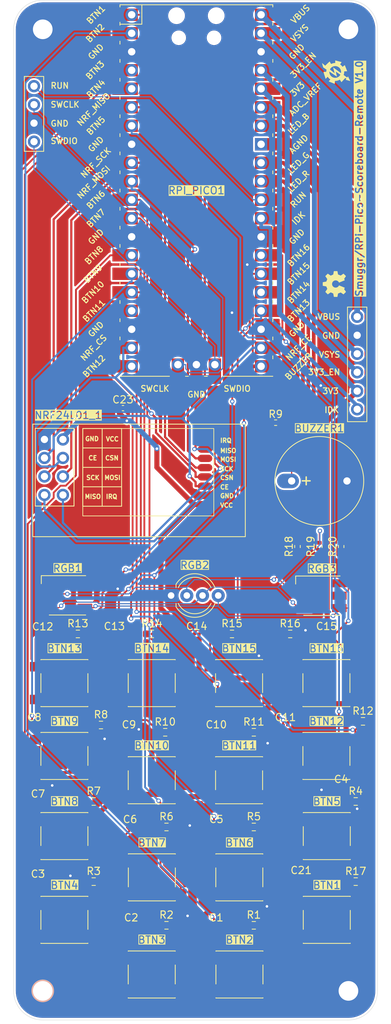
<source format=kicad_pcb>
(kicad_pcb (version 20240108) (generator "pcbnew") (generator_version "8.0")
  (title_block (title "RPi Pico Scoreboard Remote") (date "2024-09-21") (rev "1") (company "Smuggr"))
  (layers (0 "F.Cu" signal) (31 "B.Cu" signal) (34 "B.Paste" user) (35 "F.Paste" user) (36 "B.SilkS" user "B.Silkscreen") (37 "F.SilkS" user "F.Silkscreen") (38 "B.Mask" user) (39 "F.Mask" user) (44 "Edge.Cuts" user))
  (net 0 "")
  (net 1 "GND")
  (net 2 "Net-(BUZZER1-+)")
  (net 3 "BTN_1")
  (net 4 "+3V3")
  (net 5 "/NRF_CE")
  (net 6 "/NRF_IRQ")
  (net 7 "/NRF_SCK")
  (net 8 "/NRF_CS")
  (net 9 "/NRF_MOSI")
  (net 10 "/NRF_MISO")
  (net 11 "BUZZER")
  (net 12 "BTN_6")
  (net 13 "LED_R")
  (net 14 "BTN_2")
  (net 15 "BTN_8")
  (net 16 "LED_B")
  (net 17 "BTN_7")
  (net 18 "LED_G")
  (net 19 "SWCLK")
  (net 20 "SWDIO")
  (net 21 "BTN_3")
  (net 22 "BTN_5")
  (net 23 "RUN")
  (net 24 "BTN_10")
  (net 25 "BTN_4")
  (net 26 "BTN_12")
  (net 28 "BTN_9")
  (net 30 "BTN_11")
  (net 32 "VBUS")
  (net 33 "/3V3_EN")
  (net 34 "BTN_13")
  (net 35 "BTN_14")
  (net 36 "BTN_15")
  (net 37 "BTN_16")
  (net 39 "Net-(RGB1-RK)")
  (net 40 "Net-(RGB1-GK)")
  (net 41 "Net-(RGB1-BK)")
  (net 42 "/VSYS")
  (net 43 "/IDK")
  (footprint "MountingHole:MountingHole_2.7mm_Pad_TopBottom" (layer "F.Cu") (at 166 38)
    (property "Reference" "H2" (hide yes))
    (property "Value" "MountingHole")
  )
  (footprint "MountingHole:MountingHole_2.7mm_Pad_TopBottom" (layer "F.Cu") (at 166 170)
    (property "Reference" "H3" (hide yes))
    (property "Value" "MountingHole")
  )
  (footprint "MountingHole:MountingHole_2.7mm_Pad_TopBottom" (layer "F.Cu") (at 124 38)
    (property "Reference" "H1" (hide yes))
    (property "Value" "MountingHole")
  )
  (footprint "MountingHole:MountingHole_2.7mm_Pad_TopBottom" (layer "F.Cu") (at 124 170)
    (property "Reference" "H4" (hide yes))
    (property "Value" "MountingHole")
  )
  (footprint "Capacitor_SMD:C_0201_0603Metric" (layer "F.Cu") (at 157.345 133.5)
    (property "Reference" "C11")
    (property "Value" "100n")
  )
  (footprint "Capacitor_SMD:C_0201_0603Metric" (layer "F.Cu") (at 163 121)
    (property "Reference" "C15")
    (property "Value" "100n")
  )
  (footprint "Capacitor_SMD:C_0201_0603Metric" (layer "F.Cu") (at 147.845 161)
    (property "Reference" "C1")
    (property "Value" "100n")
  )
  (footprint "Capacitor_SMD:C_0201_0603Metric" (layer "F.Cu") (at 123.345 144)
    (property "Reference" "C7")
    (property "Value" "100n")
  )
  (footprint "Capacitor_SMD:C_0201_0603Metric" (layer "F.Cu") (at 136 147.5)
    (property "Reference" "C6")
    (property "Value" "100n")
  )
  (footprint "Capacitor_SMD:C_0201_0603Metric" (layer "F.Cu") (at 136.155 161)
    (property "Reference" "C2")
    (property "Value" "100n")
  )
  (footprint "Resistor_SMD:R_0402_1005Metric" (layer "F.Cu") (at 165 109 90)
    (property "Reference" "R20")
    (property "Value" "470R")
  )
  (footprint "Resistor_SMD:R_0603_1608Metric" (layer "F.Cu") (at 158 121)
    (property "Reference" "R16")
    (property "Value" "10k")
  )
  (footprint "Capacitor_SMD:C_0201_0603Metric" (layer "F.Cu") (at 123.345 155)
    (property "Reference" "C3")
    (property "Value" "100n")
  )
  (footprint "Resistor_SMD:R_0603_1608Metric" (layer "F.Cu") (at 128.825 121)
    (property "Reference" "R13")
    (property "Value" "10k")
  )
  (footprint "Resistor_SMD:R_0603_1608Metric" (layer "F.Cu") (at 153 147.5)
    (property "Reference" "R5")
    (property "Value" "10k")
  )
  (footprint "Button_Switch_SMD:SW_Push_1P1T_NO_6x6mm_H9.5mm" (layer "F.Cu") (at 126.975 148.75 180)
    (property "Reference" "BTN8")
    (property "Value" "SW_Push")
  )
  (footprint "Capacitor_SMD:C_0201_0603Metric" (layer "F.Cu") (at 165 142)
    (property "Reference" "C4")
    (property "Value" "100n")
  )
  (footprint "Capacitor_SMD:C_0201_0603Metric" (layer "F.Cu") (at 135.845 134.5)
    (property "Reference" "C9")
    (property "Value" "100n")
  )
  (footprint "Button_Switch_SMD:SW_Push_1P1T_NO_6x6mm_H9.5mm" (layer "F.Cu") (at 151.025 167.75 180)
    (property "Reference" "BTN2")
    (property "Value" "SW_Push")
  )
  (footprint "Capacitor_SMD:C_0201_0603Metric" (layer "F.Cu") (at 145.155 121)
    (property "Reference" "C14")
    (property "Value" "100n")
  )
  (footprint "Capacitor_SMD:C_0201_0603Metric" (layer "F.Cu") (at 124 121)
    (property "Reference" "C12")
    (property "Value" "100n")
  )
  (footprint "Capacitor_SMD:C_0201_0603Metric" (layer "F.Cu") (at 147.845 134.5)
    (property "Reference" "C10")
    (property "Value" "100n")
  )
  (footprint "Connector_PinHeader_2.54mm:PinHeader_1x04_P2.54mm_Vertical" (layer "F.Cu") (at 122.8 45.8)
    (property "Reference" "J2" (hide yes))
    (property "Value" "Conn_01x04")
  )
  (footprint "Capacitor_SMD:C_0201_0603Metric" (layer "F.Cu") (at 147.845 147.5)
    (property "Reference" "C5")
    (property "Value" "100n")
  )
  (footprint "Resistor_SMD:R_0603_1608Metric" (layer "F.Cu") (at 141 147.5)
    (property "Reference" "R6")
    (property "Value" "10k")
  )
  (footprint "Resistor_SMD:R_0603_1608Metric" (layer "F.Cu") (at 141 161)
    (property "Reference" "R2")
    (property "Value" "10k")
  )
  (footprint "LED_SMD:LED_RGB_5050-6" (layer "F.Cu") (at 162.35 115.75)
    (property "Reference" "RGB3")
    (property "Value" "LED_ARGB")
  )
  (footprint "Button_Switch_SMD:SW_Push_1P1T_NO_6x6mm_H9.5mm" (layer "F.Cu") (at 162.975 137.75)
    (property "Reference" "BTN12")
    (property "Value" "SW_Push")
  )
  (footprint "Button_Switch_SMD:SW_Push_1P1T_NO_6x6mm_H9.5mm" (layer "F.Cu") (at 126.975 127.75)
    (property "Reference" "BTN13")
    (property "Value" "SW_Push")
  )
  (footprint "Resistor_SMD:R_0603_1608Metric" (layer "F.Cu") (at 153 134.5)
    (property "Reference" "R11")
    (property "Value" "10k")
  )
  (footprint "Button_Switch_SMD:SW_Push_1P1T_NO_6x6mm_H9.5mm" (layer "F.Cu") (at 163.025 148.75 180)
    (property "Reference" "BTN5")
    (property "Value" "SW_Push")
  )
  (footprint "MCU_RaspberryPi_and_Boards:RPi_Pico_SMD_TH" (layer "F.Cu") (at 145.11 60.13)
    (property "Reference" "RPI_PICO1")
    (property "Value" "U1")
  )
  (footprint "Resistor_SMD:R_0603_1608Metric" (layer "F.Cu") (at 167 155)
    (property "Reference" "R17")
    (property "Value" "10k")
  )
  (footprint "Buzzer_Beeper:Buzzer_12x9.5RM7.6" (layer "F.Cu") (at 158.2 100)
    (property "Reference" "BUZZER1")
    (property "Value" "Buzzer")
  )
  (footprint "SMD_NRF2401:PinHeader_1x08_P1.27mm_Horizontal" (layer "F.Cu") (at 146.3 103.25 180)
    (property "Reference" "J1" (hide yes))
    (property "Value" "Conn_01x08")
  )
  (footprint "LED_THT:LED_D5.0mm-4_RGB_Wide_Pins" (layer "F.Cu") (at 141.635 115.725)
    (property "Reference" "RGB2")
    (property "Value" "LED_ARGB")
  )
  (footprint "Button_Switch_SMD:SW_Push_1P1T_NO_6x6mm_H9.5mm" (layer "F.Cu") (at 162.975 127.75)
    (property "Reference" "BTN16")
    (property "Value" "SW_Push")
  )
  (footprint "Capacitor_SMD:C_0402_1005Metric" (layer "F.Cu") (at 135.02 90)
    (property "Reference" "C23")
    (property "Value" "10u")
  )
  (footprint "Resistor_SMD:R_0603_1608Metric" (layer "F.Cu") (at 131 155)
    (property "Reference" "R3")
    (property "Value" "10k")
  )
  (footprint "Button_Switch_SMD:SW_Push_1P1T_NO_6x6mm_H9.5mm" (layer "F.Cu") (at 138.975 141.0833)
    (property "Reference" "BTN10")
    (property "Value" "SW_Push")
  )
  (footprint "Capacitor_SMD:C_0201_0603Metric" (layer "F.Cu") (at 133.845 121)
    (property "Reference" "C13")
    (property "Value" "100n")
  )
  (footprint "Resistor_SMD:R_0402_1005Metric" (layer "F.Cu") (at 162 109 90)
    (property "Reference" "R19")
    (property "Value" "470R")
  )
  (footprint "Capacitor_SMD:C_0201_0603Metric" (layer "F.Cu") (at 159.5 154.5)
    (property "Reference" "C21")
    (property "Value" "100n")
  )
  (footprint "Button_Switch_SMD:SW_Push_1P1T_NO_6x6mm_H9.5mm" (layer "F.Cu") (at 163.025 160.25 180)
    (property "Reference" "BTN1")
    (property "Value" "SW_Push")
  )
  (footprint "Resistor_SMD:R_0603_1608Metric" (layer "F.Cu") (at 167 144)
    (property "Reference" "R4")
    (property "Value" "10k")
  )
  (footprint "Capacitor_SMD:C_0201_0603Metric" (layer "F.Cu") (at 122.845 133.5)
    (property "Reference" "C8")
    (property "Value" "100n")
  )
  (footprint "Resistor_SMD:R_0603_1608Metric" (layer "F.Cu") (at 153 161)
    (property "Reference" "R1")
    (property "Value" "10k")
  )
  (footprint "Button_Switch_SMD:SW_Push_1P1T_NO_6x6mm_H9.5mm" (layer "F.Cu") (at 126.975 160.25 180)
    (property "Reference" "BTN4")
    (property "Value" "SW_Push")
  )
  (footprint "Button_Switch_SMD:SW_Push_1P1T_NO_6x6mm_H9.5mm" (layer "F.Cu") (at 150.975 141.0833)
    (property "Reference" "BTN11")
    (property "Value" "SW_Push")
  )
  (footprint "Resistor_SMD:R_0402_1005Metric" (layer "F.Cu") (at 159 109 90)
    (property "Reference" "R18")
    (property "Value" "470R")
  )
  (footprint "Button_Switch_SMD:SW_Push_1P1T_NO_6x6mm_H9.5mm" (layer "F.Cu") (at 138.9917 154.4167 180)
    (property "Reference" "BTN7")
    (property "Value" "SW_Push")
  )
  (footprint "Resistor_SMD:R_0603_1608Metric" (layer "F.Cu") (at 150 121)
    (property "Reference" "R15")
    (property "Value" "10k")
  )
  (footprint "Resistor_SMD:R_0603_1608Metric" (layer "F.Cu") (at 140.825 134.5)
    (property "Reference" "R10")
    (property "Value" "10k")
  )
  (footprint "Resistor_SMD:R_0603_1608Metric" (layer "F.Cu") (at 139 121)
    (property "Reference" "R14")
    (property "Value" "10k")
  )
  (footprint "NRF2401:nRF24L01_Breakout_2" (layer "F.Cu") (at 124.233 94.3)
    (property "Reference" "NRF24L01_1")
    (property "Value" "U2")
  )
  (footprint "Connector_PinHeader_2.54mm:PinHeader_1x05_P2.54mm_Vertical" (layer "F.Cu") (at 167.2 77.46)
    (property "Reference" "J5" (hide yes))
    (property "Value" "Conn_01x06")
  )
  (footprint "Resistor_SMD:R_0603_1608Metric" (layer "F.Cu") (at 132 133.5)
    (property "Reference" "R8")
    (property "Value" "10k")
  )
  (footprint "Button_Switch_SMD:SW_Push_1P1T_NO_6x6mm_H9.5mm" (layer "F.Cu") (at 150.975 127.75)
    (property "Reference" "BTN15")
    (property "Value" "SW_Push")
  )
  (footprint "Button_Switch_SMD:SW_Push_1P1T_NO_6x6mm_H9.5mm" (layer "F.Cu") (at 151.0083 154.4167 180)
    (property "Reference" "BTN6")
    (property "Value" "SW_Push")
  )
  (footprint "Button_Switch_SMD:SW_Push_1P1T_NO_6x6mm_H9.5mm" (layer "F.Cu") (at 138.975 167.75 180)
    (property "Reference" "BTN3")
    (property "Value" "SW_Push")
  )
  (footprint "Button_Switch_SMD:SW_Push_1P1T_NO_6x6mm_H9.5mm" (layer "F.Cu") (at 138.975 127.75)
    (property "Reference" "BTN14")
    (property "Value" "SW_Push")
  )
  (footprint "LED_SMD:LED_RGB_5050-6" (layer "F.Cu") (at 127.4 115.7)
    (property "Reference" "RGB1")
    (property "Value" "LED_ARGB")
  )
  (footprint "Button_Switch_SMD:SW_Push_1P1T_NO_6x6mm_H9.5mm" (layer "F.Cu") (at 126.975 137.75)
    (property "Reference" "BTN9")
    (property "Value" "SW_Push")
  )
  (footprint "Resistor_SMD:R_0603_1608Metric" (layer "F.Cu") (at 131 144)
    (property "Reference" "R7")
    (property "Value" "10k")
  )
  (footprint "Resistor_SMD:R_0603_1608Metric" (layer "F.Cu") (at 168 133)
    (property "Reference" "R12")
    (property "Value" "10k")
  )
  (footprint "Resistor_SMD:R_0402_1005Metric" (layer "F.Cu") (at 156 92)
    (property "Reference" "R9")
    (property "Value" "470R")
  )
  (gr_poly (pts (xy 162.471029 72.737075) (xy 162.471104 72.736068) (xy 162.471227 72.735066) (xy 162.471398 72.73407) (xy 162.471614 72.733082) (xy 162.471875 72.732104) (xy 162.472179 72.731136) (xy 162.472526 72.730182) (xy 162.472913 72.729241) (xy 162.473341 72.728315) (xy 162.473806 72.727407) (xy 162.474309 72.726516) (xy 162.474848 72.725646) (xy 162.475422 72.724797) (xy 162.47603 72.723972) (xy 162.476669 72.72317) (xy 162.47734 72.722394) (xy 162.478041 72.721646) (xy 162.47877 72.720927) (xy 162.479527 72.720238) (xy 162.48031 72.719581) (xy 162.481117 72.718957) (xy 162.481949 72.718368) (xy 162.482802 72.717816) (xy 162.483677 72.717301) (xy 162.484572 72.716825) (xy 162.485486 72.716391) (xy 162.486417 72.715998) (xy 162.487365 72.71565) (xy 162.488327 72.715347) (xy 162.489303 72.71509) (xy 162.490292 72.714882) (xy 162.940163 72.631141) (xy 162.94116 72.63093) (xy 162.94216 72.630673) (xy 162.944164 72.630029) (xy 162.946162 72.629221) (xy 162.94814 72.62826) (xy 162.950086 72.627158) (xy 162.951986 72.625925) (xy 162.953828 72.624574) (xy 162.955598 72.623115) (xy 162.957284 72.621559) (xy 162.958872 72.619918) (xy 162.960349 72.618203) (xy 162.961702 72.616426) (xy 162.962919 72.614598) (xy 162.963985 72.612729) (xy 162.964458 72.611783) (xy 162.964889 72.610831) (xy 162.965275 72.609875) (xy 162.965616 72.608917) (xy 163.089044 72.307397) (xy 163.089869 72.305524) (xy 163.090558 72.303538) (xy 163.091112 72.301455) (xy 163.091533 72.299294) (xy 163.091821 72.297072) (xy 163.091978 72.294807) (xy 163.092006 72.292516) (xy 163.091905 72.290216) (xy 163.091677 72.287925) (xy 163.091322 72.285661) (xy 163.090842 72.283441) (xy 163.090239 72.281282) (xy 163.089512 72.279202) (xy 163.088665 72.277218) (xy 163.087697 72.275349) (xy 163.08661 72.27361) (xy 162.828694 71.897769) (xy 162.828143 71.896923) (xy 162.827634 71.896051) (xy 162.827168 71.895156) (xy 162.826745 71.89424) (xy 162.826364 71.893305) (xy 162.826026 71.892352) (xy 162.825729 71.891384) (xy 162.825475 71.890402) (xy 162.825262 71.889409) (xy 162.82509 71.888405) (xy 162.824871 71.886377) (xy 162.824816 71.884333) (xy 162.824924 71.882288) (xy 162.825193 71.880258) (xy 162.825622 71.878257) (xy 162.826209 71.876302) (xy 162.826561 71.875346) (xy 162.826953 71.874407) (xy 162.827383 71.873487) (xy 162.827853 71.872588) (xy 162.828361 71.871712) (xy 162.828907 71.87086) (xy 162.829491 71.870035) (xy 162.830114 71.869239) (xy 162.830774 71.868473) (xy 162.831472 71.867739) (xy 163.147993 71.551218) (xy 163.148727 71.55052) (xy 163.149493 71.54986) (xy 163.15029 71.549238) (xy 163.151116 71.548655) (xy 163.151968 71.548109) (xy 163.152845 71.547603) (xy 163.154665 71.546706) (xy 163.156562 71.545965) (xy 163.15852 71.545381) (xy 163.160523 71.544955) (xy 163.162555 71.544689) (xy 163.164603 71.544584) (xy 163.166649 71.54464) (xy 163.16868 71.544859) (xy 163.170679 71.545243) (xy 163.17263 71.545791) (xy 163.173584 71.546128) (xy 163.17452 71.546506) (xy 163.175436 71.546926) (xy 163.176331 71.547389) (xy 163.177203 71.547893) (xy 163.17805 71.54844) (xy 163.547408 71.801858) (xy 163.549154 71.802948) (xy 163.551027 71.803915) (xy 163.55301 71.804759) (xy 163.555085 71.805478) (xy 163.557236 71.806071) (xy 163.559446 71.806537) (xy 163.561698 71.806875) (xy 163.563975 71.807084) (xy 163.566259 71.807162) (xy 163.568534 71.807109) (xy 163.570783 71.806924) (xy 163.572988 71.806606) (xy 163.575133 71.806153) (xy 163.577201 71.805564) (xy 163.579175 71.804838) (xy 163.581037 71.803975) (xy 163.892081 71.670651) (xy 163.893991 71.66989) (xy 163.895883 71.668953) (xy 163.897747 71.667856) (xy 163.899571 71.66661) (xy 163.901343 71.665229) (xy 163.903053 71.663726) (xy 163.904689 71.662115) (xy 163.90624 71.660408) (xy 163.907694 71.658619) (xy 163.909041 71.656761) (xy 163.910268 71.654848) (xy 163.911366 71.652892) (xy 163.912321 71.650906) (xy 163.913124 71.648905) (xy 163.913763 71.646901) (xy 163.914227 71.644907) (xy 163.99511 71.209959) (xy 163.995323 71.208972) (xy 163.995583 71.207998) (xy 163.995891 71.207038) (xy 163.996243 71.206092) (xy 163.996638 71.205163) (xy 163.997075 71.204251) (xy 163.997553 71.203358) (xy 163.99807 71.202484) (xy 163.999215 71.200802) (xy 164.000499 71.199214) (xy 164.001909 71.197731) (xy 164.003434 71.196362) (xy 164.005063 71.195117) (xy 164.006783 71.194007) (xy 164.008582 71.193041) (xy 164.009508 71.192615) (xy 164.01045 71.192229) (xy 164.011406 71.191884) (xy 164.012374 71.191582) (xy 164.013354 71.191322) (xy 164.014343 71.191108) (xy 164.01534 71.19094) (xy 164.016344 71.190819) (xy 164.017353 71.190746) (xy 164.018366 71.190723) (xy 164.466015 71.190776) (xy 164.467026 71.190802) (xy 164.468034 71.190877) (xy 164.469037 71.191) (xy 164.470033 71.191171) (xy 164.471022 71.191388) (xy 164.472002 71.191649) (xy 164.472971 71.191954) (xy 164.473927 71.192302) (xy 164.47487 71.19269) (xy 164.475797 71.193118) (xy 164.476708 71.193585) (xy 164.4776 71.194089) (xy 164.478472 71.194628) (xy 164.479323 71.195203) (xy 164.480151 71.195811) (xy 164.480954 71.196452) (xy 164.481731 71.197123) (xy 164.482481 71.197824) (xy 164.483202 71.198554) (xy 164.483893 71.199311) (xy 164.484551 71.200093) (xy 164.485176 71.200901) (xy 164.485766 71.201732) (xy 164.486319 71.202586) (xy 164.486834 71.20346) (xy 164.487309 71.204354) (xy 164.487744 71.205267) (xy 164.488135 71.206197) (xy 164.488483 71.207143) (xy 164.488785 71.208104) (xy 164.489039 71.209078) (xy 164.489245 71.210064) (xy 164.568197 71.634324) (xy 164.568402 71.635323) (xy 164.568653 71.636323) (xy 164.568949 71.637325) (xy 164.569288 71.638325) (xy 164.570091 71.640317) (xy 164.57105 71.642285) (xy 164.572153 71.644217) (xy 164.573389 71.646101) (xy 164.574747 71.647924) (xy 164.576214 71.649673) (xy 164.577779 71.651336) (xy 164.579431 71.652899) (xy 164.581157 71.65435) (xy 164.582946 71.655677) (xy 164.584787 71.656867) (xy 164.586667 71.657907) (xy 164.588576 71.658784) (xy 164.589537 71.659158) (xy 164.590501 71.659486) (xy 164.921363 71.791936) (xy 164.923245 71.792755) (xy 164.925238 71.793439) (xy 164.927325 71.793987) (xy 164.929488 71.794401) (xy 164.931711 71.794684) (xy 164.933976 71.794835) (xy 164.936266 71.794857) (xy 164.938564 71.794751) (xy 164.940852 71.794518) (xy 164.943113 71.794159) (xy 164.94533 71.793676) (xy 164.947486 71.793071) (xy 164.949563 71.792344) (xy 164.951544 71.791497) (xy 164.953412 71.790532) (xy 164.95515 71.789449) (xy 165.306332 71.54844) (xy 165.307179 71.547889) (xy 165.308051 71.54738) (xy 165.308946 71.546915) (xy 165.309863 71.546491) (xy 165.3108 71.546111) (xy 165.311754 71.545772) (xy 165.312724 71.545475) (xy 165.313707 71.545221) (xy 165.314703 71.545008) (xy 165.315708 71.544836) (xy 165.317741 71.544617) (xy 165.31979 71.544562) (xy 165.32184 71.54467) (xy 165.323875 71.544939) (xy 165.32588 71.545368) (xy 165.32784 71.545955) (xy 165.328798 71.546307) (xy 165.329739 71.546699) (xy 165.33066 71.54713) (xy 165.331561 71.547599) (xy 165.332439 71.548107) (xy 165.333292 71.548653) (xy 165.334117 71.549237) (xy 165.334915 71.54986) (xy 165.335681 71.55052) (xy 165.336415 71.551218) (xy 165.652936 71.867792) (xy 165.653629 71.868521) (xy 165.654285 71.869283) (xy 165.654903 71.870076) (xy 165.655484 71.870898) (xy 165.656027 71.871747) (xy 165.656531 71.872622) (xy 165.657425 71.874438) (xy 165.658165 71.876332) (xy 165.65875 71.878287) (xy 165.659176 71.880289) (xy 165.659445 71.882321) (xy 165.659553 71.884369) (xy 165.6595 71.886416) (xy 165.659284 71.888448) (xy 165.658904 71.890448) (xy 165.658358 71.892401) (xy 165.658023 71.893355) (xy 165.657646 71.894291) (xy 165.657226 71.895208) (xy 165.656765 71.896104) (xy 165.656261 71.896976) (xy 165.655714 71.897822) (xy 165.418938 72.242813) (xy 165.417859 72.244547) (xy 165.416912 72.246404) (xy 165.416099 72.248368) (xy 165.41542 72.250421) (xy 165.414874 72.252547) (xy 165.414463 72.254728) (xy 165.414186 72.256948) (xy 165.414044 72.25919) (xy 165.414037 72.261437) (xy 165.414166 72.263672) (xy 165.41443 72.265879) (xy 165.414831 72.268039) (xy 165.415368 72.270137) (xy 165.416042 72.272155) (xy 165.416853 72.274077) (xy 165.417801 72.275886) (xy 165.499028 72.428021) (xy 165.49946 72.428931) (xy 165.499841 72.429848) (xy 165.500169 72.430771) (xy 165.500447 72.431699) (xy 165.500674 72.432629) (xy 165.50085 72.433561) (xy 165.500978 72.434492) (xy 165.501057 72.435422) (xy 165.501087 72.436347) (xy 165.50107 72.437268) (xy 165.501006 72.438182) (xy 165.500896 72.439088) (xy 165.500739 72.439984) (xy 165.500537 72.440868) (xy 165.500291 72.44174) (xy 165.5 72.442596) (xy 165.499666 72.443437) (xy 165.499289 72.44426) (xy 165.498869 72.445063) (xy 165.498408 72.445846) (xy 165.497905 72.446605) (xy 165.497362 72.447341) (xy 165.496778 72.448051) (xy 165.496156 72.448734) (xy 165.495494 72.449388) (xy 165.494794 72.450012) (xy 165.494056 72.450603) (xy 165.493281 72.451161) (xy 165.492469 72.451683) (xy 165.491622 72.452169) (xy 165.490739 72.452617) (xy 165.489821 72.453024) (xy 164.731842 72.766688) (xy 164.730899 72.767051) (xy 164.729942 72.767365) (xy 164.728972 72.767632) (xy 164.727992 72.767853) (xy 164.727002 72.768027) (xy 164.726006 72.768155) (xy 164.725004 72.768239) (xy 164.723999 72.768278) (xy 164.722992 72.768273) (xy 164.721985 72.768225) (xy 164.72098 72.768135) (xy 164.719979 72.768002) (xy 164.718983 72.767828) (xy 164.717994 72.767614) (xy 164.717015 72.767359) (xy 164.716046 72.767065) (xy 164.715091 72.766732) (xy 164.714149 72.76636) (xy 164.713224 72.765951) (xy 164.712318 72.765505) (xy 164.711431 72.765022) (xy 164.710565 72.764504) (xy 164.709724 72.76395) (xy 164.708908 72.763362) (xy 164.708118 72.762739) (xy 164.707358 72.762083) (xy 164.706629 72.761395) (xy 164.705932 72.760674) (xy 164.705269 72.759921) (xy 164.704642 72.759138) (xy 164.704054 72.758324) (xy 164.703505 72.75748) (xy 164.680195 72.719407) (xy 164.67845 72.716666) (xy 164.676458 72.713741) (xy 164.674263 72.710685) (xy 164.671907 72.707553) (xy 164.669435 72.704403) (xy 164.66689 72.701287) (xy 164.664315 72.698262) (xy 164.661754 72.695383) (xy 164.644502 72.670179) (xy 164.625771 72.646125) (xy 164.605626 72.623287) (xy 164.584132 72.601731) (xy 164.561354 72.581522) (xy 164.537358 72.562726) (xy 164.512209 72.545408) (xy 164.485971 72.529634) (xy 164.458712 72.515471) (xy 164.430495 72.502982) (xy 164.401386 72.492235) (xy 164.37145 72.483295) (xy 164.340752 72.476227) (xy 164.309359 72.471097) (xy 164.277334 72.467971) (xy 164.244744 72.466915) (xy 164.219268 72.467559) (xy 164.194126 72.469471) (xy 164.16935 72.472619) (xy 164.14497 72.476972) (xy 164.121019 72.4825) (xy 164.097526 72.489171) (xy 164.074523 72.496954) (xy 164.052042 72.505818) (xy 164.030112 72.515732) (xy 164.008766 72.526664) (xy 163.988034 72.538584) (xy 163.967948 72.551461) (xy 163.948539 72.565263) (xy 163.929837 72.579959) (xy 163.911874 72.595518) (xy 163.894681 72.61191) (xy 163.878289 72.629102) (xy 163.862729 72.647064) (xy 163.848032 72.665765) (xy 163.83423 72.685174) (xy 163.821353 72.705259) (xy 163.809433 72.72599) (xy 163.7985 72.747335) (xy 163.788586 72.769263) (xy 163.779722 72.791743) (xy 163.771939 72.814744) (xy 163.765268 72.838235) (xy 163.75974 72.862185) (xy 163.755387 72.886563) (xy 163.752238 72.911337) (xy 163.750327 72.936476) (xy 163.749682 72.96195) (xy 163.750327 72.987424) (xy 163.752238 73.012564) (xy 163.755387 73.037338) (xy 163.75974 73.061716) (xy 163.765268 73.085667) (xy 163.771939 73.109159) (xy 163.779722 73.132161) (xy 163.788586 73.154642) (xy 163.7985 73.176571) (xy 163.809433 73.197917) (xy 163.821353 73.218648) (xy 163.83423 73.238735) (xy 163.848032 73.258145) (xy 163.862729 73.276847) (xy 163.878289 73.29481) (xy 163.894681 73.312004) (xy 163.911874 73.328397) (xy 163.929837 73.343957) (xy 163.948539 73.358655) (xy 163.967948 73.372458) (xy 163.988034 73.385335) (xy 164.008766 73.397256) (xy 164.030112 73.40819) (xy 164.052042 73.418105) (xy 164.074523 73.426969) (xy 164.097526 73.434753) (xy 164.121019 73.441425) (xy 164.14497 73.446953) (xy 164.16935 73.451307) (xy 164.194126 73.454456) (xy 164.219268 73.456368) (xy 164.244744 73.457012) (xy 164.261106 73.456746) (xy 164.277334 73.455955) (xy 164.293421 73.454646) (xy 164.309359 73.452828) (xy 164.325139 73.450509) (xy 164.340752 73.447697) (xy 164.356192 73.444401) (xy 164.37145 73.440628) (xy 164.386517 73.436387) (xy 164.401386 73.431686) (xy 164.416048 73.426534) (xy 164.430495 73.420938) (xy 164.444719 73.414906) (xy 164.458712 73.408448) (xy 164.485971 73.394283) (xy 164.512209 73.378508) (xy 164.537358 73.36119) (xy 164.561354 73.342393) (xy 164.584132 73.322185) (xy 164.605626 73.30063) (xy 164.625771 73.277794) (xy 164.644502 73.253744) (xy 164.661754 73.228544) (xy 164.664315 73.225649) (xy 164.66689 73.222613) (xy 164.669435 73.219491) (xy 164.671907 73.216337) (xy 164.674263 73.213204) (xy 164.676458 73.210145) (xy 164.67845 73.207215) (xy 164.680195 73.204467) (xy 164.703505 73.166394) (xy 164.704054 73.165545) (xy 164.704642 73.164727) (xy 164.705269 73.16394) (xy 164.705932 73.163184) (xy 164.706629 73.16246) (xy 164.707358 73.161769) (xy 164.708908 73.160486) (xy 164.710565 73.159341) (xy 164.712318 73.158339) (xy 164.714149 73.157483) (xy 164.716046 73.156779) (xy 164.717994 73.156232) (xy 164.719979 73.155846) (xy 164.721985 73.155626) (xy 164.723999 73.155577) (xy 164.726006 73.155704) (xy 164.727002 73.155835) (xy 164.727992 73.156011) (xy 164.728972 73.156234) (xy 164.729942 73.156504) (xy 164.730899 73.156821) (xy 164.731842 73.157186) (xy 165.489794 73.470876) (xy 165.490712 73.471283) (xy 165.491595 73.471731) (xy 165.492443 73.472217) (xy 165.493255 73.47274) (xy 165.494031 73.473299) (xy 165.49477 73.473891) (xy 165.49547 73.474515) (xy 165.496133 73.47517) (xy 165.496757 73.475853) (xy 165.497341 73.476564) (xy 165.497885 73.477301) (xy 165.498388 73.478061) (xy 165.498851 73.478845) (xy 165.499271 73.479649) (xy 165.499649 73.480472) (xy 165.499984 73.481314) (xy 165.500275 73.482171) (xy 165.500522 73.483043) (xy 165.500724 73.483928) (xy 165.500881 73.484824) (xy 165.500992 73.48573) (xy 165.501056 73.486644) (xy 165.501073 73.487564) (xy 165.501042 73.48849) (xy 165.500962 73.489419) (xy 165.500834 73.490349) (xy 165.500656 73.49128) (xy 165.500428 73.492209) (xy 165.500149 73.493135) (xy 165.499819 73.494056) (xy 165.499436 73.494972) (xy 165.499002 73.495879) (xy 165.417775 73.648014) (xy 165.416827 73.649818) (xy 165.416017 73.651737) (xy 165.415344 73.653753) (xy 165.414808 73.65585) (xy 165.414409 73.65801) (xy 165.414146 73.660216) (xy 165.414019 73.662452) (xy 165.414027 73.6647) (xy 165.41417 73.666943) (xy 165.414448 73.669165) (xy 165.414859 73.671348) (xy 165.415404 73.673475) (xy 165.416083 73.67553) (xy 165.416894 73.677495) (xy 165.417837 73.679353) (xy 165.418912 73.681087) (xy 165.655688 74.026051) (xy 165.656235 74.0269) (xy 165.656739 74.027774) (xy 165.6572 74.028671) (xy 165.657619 74.02959) (xy 165.657997 74.030528) (xy 165.658332 74.031483) (xy 165.658626 74.032453) (xy 165.658878 74.033437) (xy 165.659088 74.034433) (xy 165.659258 74.035438) (xy 165.659473 74.03747) (xy 165.659526 74.039518) (xy 165.659418 74.041566) (xy 165.65915 74.043598) (xy 165.658723 74.0456) (xy 165.658139 74.047556) (xy 165.657788 74.048512) (xy 165.657399 74.049451) (xy 165.656971 74.05037) (xy 165.656505 74.051268) (xy 165.656 74.052144) (xy 165.655458 74.052994) (xy 165.654877 74.053818) (xy 165.654259 74.054612) (xy 165.653603 74.055376) (xy 165.65291 74.056108) (xy 165.336388 74.372682) (xy 165.335654 74.373377) (xy 165.334888 74.374035) (xy 165.334091 74.374656) (xy 165.333265 74.375238) (xy 165.332412 74.375783) (xy 165.331535 74.376289) (xy 165.329712 74.377186) (xy 165.327813 74.377928) (xy 165.325854 74.378514) (xy 165.323848 74.378942) (xy 165.321813 74.37921) (xy 165.319763 74.379318) (xy 165.317714 74.379264) (xy 165.315682 74.379047) (xy 165.313681 74.378664) (xy 165.311728 74.378116) (xy 165.310773 74.377779) (xy 165.309837 74.3774) (xy 165.30892 74.376979) (xy 165.308024 74.376515) (xy 165.307152 74.376009) (xy 165.306306 74.37546) (xy 164.955124 74.134477) (xy 164.953386 74.133385) (xy 164.951518 74.132413) (xy 164.949537 74.13156) (xy 164.94746 74.130829) (xy 164.945304 74.13022) (xy 164.943087 74.129736) (xy 164.940826 74.129376) (xy 164.938538 74.129143) (xy 164.93624 74.129037) (xy 164.93395 74.129059) (xy 164.931685 74.129212) (xy 164.929462 74.129495) (xy 164.927299 74.129911) (xy 164.925212 74.13046) (xy 164.923219 74.131144) (xy 164.921337 74.131964) (xy 164.590475 74.264414) (xy 164.589511 74.26474) (xy 164.58855 74.265112) (xy 164.586641 74.265988) (xy 164.584761 74.267028) (xy 164.58292 74.26822) (xy 164.58113 74.26955) (xy 164.579404 74.271005) (xy 164.577753 74.272573) (xy 164.576188 74.27424) (xy 164.574721 74.275994) (xy 164.573363 74.277821) (xy 164.572127 74.279709) (xy 164.571023 74.281645) (xy 164.570064 74.283615) (xy 164.569262 74.285606) (xy 164.568626 74.287607) (xy 164.568375 74.288606) (xy 164.568171 74.289603) (xy 164.489219 74.713862) (xy 164.489013 74.714851) (xy 164.488759 74.715827) (xy 164.488457 74.716789) (xy 164.488109 74.717737) (xy 164.487717 74.718668) (xy 164.487283 74.719582) (xy 164.486808 74.720477) (xy 164.486293 74.721352) (xy 164.485739 74.722205) (xy 164.48515 74.723037) (xy 164.483866 74.724627) (xy 164.482455 74.726113) (xy 164.480928 74.727485) (xy 164.479297 74.728732) (xy 164.477574 74.729845) (xy 164.475771 74.730813) (xy 164.473901 74.731628) (xy 164.472944 74.731975) (xy 164.471976 74.732279) (xy 164.470996 74.73254) (xy 164.470007 74.732756) (xy 164.46901 74.732927) (xy 164.468007 74.73305) (xy 164.467 74.733125) (xy 164.465989 74.73315) (xy 164.088481 74.733172) (xy 164.088481 74.6379) (xy 164.417067 74.637874) (xy 164.485065 74.272457) (xy 164.486171 74.267331) (xy 164.487411 74.26243) (xy 164.488779 74.257743) (xy 164.490269 74.253259) (xy 164.491875 74.248967) (xy 164.49359 74.244854) (xy 164.495409 74.24091) (xy 164.497325 74.237122) (xy 164.499333 74.23348) (xy 164.501427 74.229971) (xy 164.503599 74.226584) (xy 164.505845 74.223307) (xy 164.508158 74.220129) (xy 164.510532 74.217039) (xy 164.512961 74.214024) (xy 164.515439 74.211074) (xy 164.520327 74.205933) (xy 164.522865 74.203418) (xy 164.525477 74.200946) (xy 164.528173 74.198518) (xy 164.530964 74.196139) (xy 164.533858 74.193812) (xy 164.536864 74.191541) (xy 164.539992 74.189329) (xy 164.543253 74.187179) (xy 164.546654 74.185095) (xy 164.550206 74.18308) (xy 164.553917 74.181137) (xy 164.557798 74.17927) (xy 164.561859 74.177483) (xy 164.566107 74.175779) (xy 164.895302 74.044043) (xy 164.898829 74.042595) (xy 164.902299 74.041286) (xy 164.905715 74.040107) (xy 164.909077 74.039053) (xy 164.912388 74.038117) (xy 164.915651 74.037292) (xy 164.918868 74.036573) (xy 164.922041 74.035953) (xy 164.925172 74.035425) (xy 164.928263 74.034983) (xy 164.931317 74.034621) (xy 164.934335 74.034332) (xy 164.940276 74.033947) (xy 164.946102 74.033777) (xy 164.95498 74.034166) (xy 164.9594 74.034519) (xy 164.963818 74.034998) (xy 164.968242 74.035616) (xy 164.97268 74.03639) (xy 164.977139 74.037334) (xy 164.981629 74.038463) (xy 164.986156 74.039792) (xy 164.990729 74.041336) (xy 164.995356 74.04311) (xy 165.000044 74.045129) (xy 165.004803 74.047407) (xy 165.009639 74.04996) (xy 165.014561 74.052802) (xy 165.019576 74.055949) (xy 165.321731 74.26325) (xy 165.554061 74.03084) (xy 165.351073 73.735115) (xy 165.347999 73.730292) (xy 165.345216 73.725533) (xy 165.342711 73.720834) (xy 165.340471 73.716192) (xy 165.338482 73.711602) (xy 165.336731 73.707061) (xy 165.335204 73.702565) (xy 165.333888 73.69811) (xy 165.332769 73.693691) (xy 165.331834 73.689306) (xy 165.331069 73.684949) (xy 165.33046 73.680618) (xy 165.329995 73.676308) (xy 165.32966 73.672015) (xy 165.329441 73.667736) (xy 165.329324 73.663466) (xy 165.329538 73.656477) (xy 165.329766 73.652932) (xy 165.330087 73.649352) (xy 165.33051 73.645735) (xy 165.331042 73.64208) (xy 165.331694 73.638385) (xy 165.332473 73.63465) (xy 165.333388 73.630871) (xy 165.334449 73.627049) (xy 165.335664 73.623182) (xy 165.337041 73.619268) (xy 165.33859 73.615305) (xy 165.340319 73.611293) (xy 165.342237 73.60723) (xy 165.344353 73.603115) (xy 165.38539 73.526306) (xy 164.762349 73.268523) (xy 164.760649 73.270848) (xy 164.758942 73.273126) (xy 164.757224 73.275364) (xy 164.755493 73.277568) (xy 164.753745 73.279746) (xy 164.751979 73.281906) (xy 164.748379 73.286197) (xy 164.727773 73.315555) (xy 164.705449 73.34357) (xy 164.681481 73.370168) (xy 164.655946 73.39527) (xy 164.628923 73.418803) (xy 164.600486 73.440689) (xy 164.570714 73.460852) (xy 164.539682 73.479217) (xy 164.507468 73.495707) (xy 164.474147 73.510247) (xy 164.439798 73.522759) (xy 164.404496 73.533169) (xy 164.368319 73.541401) (xy 164.331343 73.547377) (xy 164.293645 73.551023) (xy 164.255301 73.552262) (xy 164.224919 73.551484) (xy 164.194937 73.549196) (xy 164.165391 73.545435) (xy 164.136319 73.540237) (xy 164.107757 73.53364) (xy 164.079743 73.525681) (xy 164.052314 73.516396) (xy 164.025506 73.505823) (xy 163.999358 73.493999) (xy 163.973905 73.480961) (xy 163.949185 73.466746) (xy 163.925235 73.451391) (xy 163.902092 73.434932) (xy 163.879792 73.417408) (xy 163.858374 73.398855) (xy 163.837875 73.37931) (xy 163.81833 73.35881) (xy 163.799777 73.337393) (xy 163.782254 73.315095) (xy 163.765797 73.291953) (xy 163.750443 73.268004) (xy 163.736229 73.243286) (xy 163.723193 73.217835) (xy 163.711371 73.191688) (xy 163.700801 73.164884) (xy 163.69152 73.137457) (xy 163.683563 73.109447) (xy 163.67697 73.080889) (xy 163.671776 73.05182) (xy 163.668019 73.022278) (xy 163.665735 72.992301) (xy 163.664963 72.961923) (xy 163.665735 72.931544) (xy 163.668019 72.901564) (xy 163.671776 72.872021) (xy 163.67697 72.842951) (xy 163.683563 72.814392) (xy 163.69152 72.78638) (xy 163.700801 72.758953) (xy 163.711371 72.732148) (xy 163.723193 72.706002) (xy 163.736229 72.680551) (xy 163.750443 72.655833) (xy 163.765797 72.631885) (xy 163.782254 72.608745) (xy 163.799777 72.586447) (xy 163.81833 72.565031) (xy 163.837875 72.544533) (xy 163.858374 72.52499) (xy 163.879792 72.506439) (xy 163.902092 72.488918) (xy 163.925235 72.472462) (xy 163.949185 72.45711) (xy 163.973905 72.442898) (xy 163.999358 72.429863) (xy 164.025506 72.418042) (xy 164.052314 72.407473) (xy 164.079743 72.398192) (xy 164.107757 72.390237) (xy 164.136319 72.383644) (xy 164.165391 72.378451) (xy 164.194937 72.374694) (xy 164.224919 72.372411) (xy 164.255301 72.371638) (xy 164.274549 72.371947) (xy 164.293645 72.372868) (xy 164.31258 72.374391) (xy 164.331344 72.376506) (xy 164.349928 72.379204) (xy 164.368322 72.382477) (xy 164.386516 72.386313) (xy 164.4045 72.390703) (xy 164.422266 72.395639) (xy 164.439804 72.40111) (xy 164.474156 72.41362) (xy 164.507478 72.428158) (xy 164.539695 72.444647) (xy 164.570729 72.46301) (xy 164.600504 72.483173) (xy 164.628943 72.505057) (xy 164.655969 72.528589) (xy 164.681504 72.55369) (xy 164.705474 72.580284) (xy 164.727799 72.608297) (xy 164.748405 72.63765) (xy 164.752024 72.641975) (xy 164.753797 72.644145) (xy 164.755549 72.646329) (xy 164.75728 72.648532) (xy 164.758994 72.650762) (xy 164.760692 72.653024) (xy 164.762375 72.655324) (xy 165.385389 72.397514) (xy 165.344352 72.320706) (xy 165.344352 72.32068) (xy 165.342263 72.316623) (xy 165.340365 72.312618) (xy 165.338651 72.308662) (xy 165.337111 72.304752) (xy 165.335739 72.300885) (xy 165.334525 72.297059) (xy 165.333462 72.293271) (xy 165.332542 72.289518) (xy 165.331756 72.285799) (xy 165.331095 72.282109) (xy 165.330553 72.278448) (xy 165.330121 72.274811) (xy 165.32979 72.271196) (xy 165.329552 72.267601) (xy 165.329324 72.26046) (xy 165.329436 72.256235) (xy 165.32965 72.251991) (xy 165.32998 72.247724) (xy 165.33044 72.243432) (xy 165.331043 72.239113) (xy 165.331802 72.234762) (xy 165.332732 72.230377) (xy 165.333845 72.225955) (xy 165.335155 72.221494) (xy 165.336675 72.216989) (xy 165.338419 72.212438) (xy 165.340401 72.207838) (xy 165.342633 72.203187) (xy 165.345129 72.19848) (xy 165.347902 72.193716) (xy 165.350967 72.188891) (xy 165.554061 71.89298) (xy 165.321731 71.660623) (xy 165.019682 71.867898) (xy 165.014656 71.871072) (xy 165.009722 71.873935) (xy 165.004872 71.876504) (xy 165.0001 71.878794) (xy 164.995398 71.88082) (xy 164.990757 71.882597) (xy 164.986171 71.884142) (xy 164.981632 71.88547) (xy 164.977132 71.886596) (xy 164.972664 71.887535) (xy 164.968221 71.888303) (xy 164.963794 71.888916) (xy 164.959376 71.889389) (xy 164.95496 71.889738) (xy 164.950537 71.889977) (xy 164.946102 71.890123) (xy 164.940398 71.889978) (xy 164.934546 71.889623) (xy 164.928525 71.889) (xy 164.925445 71.888569) (xy 164.922316 71.88805) (xy 164.919134 71.887433) (xy 164.915898 71.886713) (xy 164.912605 71.885882) (xy 164.909252 71.884933) (xy 164.905837 71.883858) (xy 164.902358 71.882649) (xy 164.898812 71.881301) (xy 164.895196 71.879804) (xy 164.566716 71.74828) (xy 164.562441 71.746585) (xy 164.558353 71.744807) (xy 164.554442 71.742948) (xy 164.550698 71.741011) (xy 164.547114 71.739001) (xy 164.543679 71.73692) (xy 164.540384 71.734771) (xy 164.537221 71.732557) (xy 164.53418 71.730282) (xy 164.531252 71.727949) (xy 164.528428 71.725561) (xy 164.525699 71.72312) (xy 164.523055 71.720632) (xy 164.520487 71.718097) (xy 164.517987 71.715521) (xy 164.515545 71.712905) (xy 164.510618 71.70696) (xy 164.508233 71.703874) (xy 164.505909 71.700697) (xy 164.503653 71.69742) (xy 164.50147 71.694032) (xy 164.499368 71.690522) (xy 164.497352 71.68688) (xy 164.495428 71.683095) (xy 164.493604 71.679156) (xy 164.491885 71.675053) (xy 164.490278 71.670775) (xy 164.488789 71.666313) (xy 164.487424 71.661654) (xy 164.486189 71.656789) (xy 164.485092 71.651707) (xy 164.417041 71.286) (xy 164.088481 71.286) (xy 164.018473 71.662449) (xy 164.017372 71.667463) (xy 164.016148 71.672254) (xy 164.014806 71.676834) (xy 164.013351 71.681214) (xy 164.011789 71.685407) (xy 164.010125 71.689424) (xy 164.008365 71.693278) (xy 164.006514 71.69698) (xy 164.004577 71.700543) (xy 164.002559 71.703977) (xy 164.000468 71.707295) (xy 163.998306 71.710509) (xy 163.996081 71.713631) (xy 163.993798 71.716673) (xy 163.991461 71.719646) (xy 163.989077 71.722562) (xy 163.984384 71.727677) (xy 163.981948 71.730182) (xy 163.97944 71.732649) (xy 163.976851 71.735074) (xy 163.97417 71.737455) (xy 163.971388 71.73979) (xy 163.968496 71.742075) (xy 163.965484 71.744308) (xy 163.962342 71.746487) (xy 163.959062 71.748608) (xy 163.955632 71.750668) (xy 163.952044 71.752666) (xy 163.948289 71.754598) (xy 163.944355 71.756462) (xy 163.940235 71.758254) (xy 163.940235 71.758281) (xy 163.629191 71.891578) (xy 163.625705 71.893072) (xy 163.622259 71.894434) (xy 163.618852 71.895668) (xy 163.615481 71.896779) (xy 163.612144 71.897774) (xy 163.608839 71.898656) (xy 163.605564 71.899432) (xy 163.602316 71.900108) (xy 163.599094 71.900687) (xy 163.595895 71.901176) (xy 163.592717 71.901579) (xy 163.589558 71.901903) (xy 163.586416 71.902152) (xy 163.583289 71.902332) (xy 163.577068 71.902505) (xy 163.568323 71.90213) (xy 163.563941 71.901787) (xy 163.559546 71.90132) (xy 163.555134 71.900713) (xy 163.5507 71.899951) (xy 163.546239 71.899019) (xy 163.541746 71.897902) (xy 163.537218 71.896583) (xy 163.532649 71.895048) (xy 163.528035 71.893282) (xy 163.523371 71.891269) (xy 163.518652 71.888993) (xy 163.513875 71.88644) (xy 163.509033 71.883594) (xy 163.504123 71.880439) (xy 163.183897 71.660703) (xy 162.951514 71.893033) (xy 163.175828 72.219847) (xy 163.178994 72.224904) (xy 163.181847 72.229861) (xy 163.184402 72.234726) (xy 163.186675 72.239508) (xy 163.188684 72.244213) (xy 163.190442 72.24885) (xy 163.191968 72.253428) (xy 163.193277 72.257953) (xy 163.194385 72.262435) (xy 163.195307 72.26688) (xy 163.196062 72.271297) (xy 163.196663 72.275694) (xy 163.197129 72.28008) (xy 163.197474 72.284461) (xy 163.197867 72.293242) (xy 163.197698 72.29912) (xy 163.197314 72.305066) (xy 163.196665 72.311108) (xy 163.196226 72.314173) (xy 163.195701 72.317273) (xy 163.195085 72.32041) (xy 163.194371 72.323589) (xy 163.193553 72.326813) (xy 163.192625 72.330084) (xy 163.19158 72.333408) (xy 163.190412 72.336787) (xy 163.189114 72.340225) (xy 163.187681 72.343724) (xy 163.064676 72.644185) (xy 163.062914 72.648484) (xy 163.061073 72.652586) (xy 163.059155 72.656502) (xy 163.057165 72.660241) (xy 163.055105 72.663813) (xy 163.052979 72.667229) (xy 163.050789 72.670498) (xy 163.04854 72.67363) (xy 163.046234 72.676636) (xy 163.043874 72.679524) (xy 163.041464 72.682306) (xy 163.039007 72.68499) (xy 163.036506 72.687588) (xy 163.033964 72.690109) (xy 163.031385 72.692562) (xy 163.028772 72.694959) (xy 163.022867 72.699754) (xy 163.019814 72.702072) (xy 163.016678 72.70433) (xy 163.013446 72.706522) (xy 163.010107 72.708644) (xy 163.006648 72.71069) (xy 163.003058 72.712656) (xy 162.999324 72.714536) (xy 162.995435 72.716325) (xy 162.991378 72.718017) (xy 162.987141 72.719608) (xy 162.982713 72.721093) (xy 162.97808 72.722466) (xy 162.973232 72.723723) (xy 162.968156 72.724857) (xy 162.576837 72.79767) (xy 162.576837 73.12623) (xy 162.968527 73.199096) (xy 162.973515 73.200207) (xy 162.978287 73.201443) (xy 162.982855 73.202798) (xy 162.98723 73.204268) (xy 162.991423 73.205847) (xy 162.995445 73.207529) (xy 162.999307 73.20931) (xy 163.003022 73.211184) (xy 163.006599 73.213146) (xy 163.01005 73.21519) (xy 163.013387 73.217311) (xy 163.01662 73.219504) (xy 163.019762 73.221763) (xy 163.022822 73.224084) (xy 163.025813 73.226461) (xy 163.028746 73.228888) (xy 163.033903 73.233703) (xy 163.03643 73.236208) (xy 163.038919 73.238792) (xy 163.041365 73.241463) (xy 163.043766 73.244232) (xy 163.046118 73.247107) (xy 163.048418 73.250098) (xy 163.050661 73.253214) (xy 163.052846 73.256466) (xy 163.054967 73.259862) (xy 163.057023 73.263412) (xy 163.059009 73.267126) (xy 163.060923 73.271013) (xy 163.06276 73.275083) (xy 163.064517 73.279344) (xy 163.187469 73.579752) (xy 163.188931 73.583293) (xy 163.190253 73.586775) (xy 163.191444 73.5902) (xy 163.192508 73.593571) (xy 163.193453 73.596889) (xy 163.194284 73.600159) (xy 163.195008 73.603382) (xy 163.195632 73.606561) (xy 163.196161 73.609698) (xy 163.196603 73.612796) (xy 163.196963 73.615858) (xy 163.197247 73.618886) (xy 163.197617 73.624851) (xy 163.197762 73.630711) (xy 163.197392 73.639552) (xy 163.197055 73.64395) (xy 163.196595 73.648344) (xy 163.195996 73.652744) (xy 163.195244 73.657159) (xy 163.19432 73.661597) (xy 163.193211 73.666069) (xy 163.191899 73.670582) (xy 163.190369 73.675146) (xy 163.188606 73.679771) (xy 163.186592 73.684464) (xy 163.184313 73.689235) (xy 163.181752 73.694093) (xy 163.178894 73.699047) (xy 163.175722 73.704106) (xy 162.951487 74.030813) (xy 163.183844 74.26317) (xy 163.50444 74.043143) (xy 163.509413 74.040049) (xy 163.514297 74.037257) (xy 163.519097 74.034751) (xy 163.52382 74.032517) (xy 163.528475 74.030539) (xy 163.533066 74.028803) (xy 163.537601 74.027295) (xy 163.542087 74.025998) (xy 163.546531 74.024899) (xy 163.550938 74.023981) (xy 163.555317 74.023232) (xy 163.559674 74.022635) (xy 163.564015 74.022175) (xy 163.568348 74.021838) (xy 163.572679 74.021609) (xy 163.577015 74.021474) (xy 163.58339 74.021652) (xy 163.589826 74.022098) (xy 163.593075 74.022437) (xy 163.596346 74.022861) (xy 163.599643 74.023375) (xy 163.602968 74.023987) (xy 163.606323 74.024702) (xy 163.609712 74.025526) (xy 163.613137 74.026464) (xy 163.6166 74.027524) (xy 163.620104 74.02871) (xy 163.623651 74.030029) (xy 163.627243 74.031486) (xy 163.630885 74.033089) (xy 163.940182 74.165645) (xy 163.940169 74.165672) (xy 163.940156 74.165698) (xy 163.944272 74.167481) (xy 163.948201 74.169337) (xy 163.951955 74.171262) (xy 163.955541 74.173253) (xy 163.95897 74.175308) (xy 163.962251 74.177424) (xy 163.965393 74.179598) (xy 163.968407 74.181828) (xy 163.9713 74.184109) (xy 163.974083 74.186441) (xy 163.976766 74.188819) (xy 163.979357 74.191241) (xy 163.981866 74.193704) (xy 163.984303 74.196205) (xy 163.986677 74.198742) (xy 163.988998 74.201311) (xy 163.993736 74.207225) (xy 163.996026 74.210281) (xy 163.998257 74.213418) (xy 164.000422 74.216648) (xy 164.002517 74.219982) (xy 164.004536 74.223432) (xy 164.006474 74.227009) (xy 164.008324 74.230724) (xy 164.010083 74.234588) (xy 164.011744 74.238614) (xy 164.013302 74.242812) (xy 164.014751 74.247194) (xy 164.016086 74.251771) (xy 164.017302 74.256555) (xy 164.018393 74.261557) (xy 164.088481 74.6379) (xy 164.088481 74.733172) (xy 164.01834 74.733176) (xy 164.01733 74.733151) (xy 164.016323 74.733077) (xy 164.015321 74.732954) (xy 164.014325 74.732784) (xy 164.013338 74.732568) (xy 164.01236 74.732308) (xy 164.011393 74.732004) (xy 164.010439 74.731658) (xy 164.009499 74.731272) (xy 164.008574 74.730845) (xy 164.007666 74.73038) (xy 164.006776 74.729878) (xy 164.005906 74.72934) (xy 164.005058 74.728767) (xy 164.004232 74.72816) (xy 164.003431 74.727521) (xy 164.002655 74.726851) (xy 164.001907 74.726151) (xy 164.001187 74.725422) (xy 164.000497 74.724665) (xy 163.999839 74.723883) (xy 163.999214 74.723075) (xy 163.998624 74.722243) (xy 163.99807 74.721389) (xy 163.997553 74.720514) (xy 163.997075 74.719618) (xy 163.996638 74.718703) (xy 163.996243 74.717771) (xy 163.995891 74.716822) (xy 163.995583 74.715858) (xy 163.995323 74.714879) (xy 163.99511 74.713888) (xy 163.914227 74.278966) (xy 163.914018 74.277967) (xy 163.913763 74.276963) (xy 163.913124 74.274952) (xy 163.912321 74.272945) (xy 163.911366 74.270955) (xy 163.910268 74.268996) (xy 163.909041 74.267081) (xy 163.907694 74.265223) (xy 163.90624 74.263435) (xy 163.904689 74.26173) (xy 163.903053 74.260121) (xy 163.901343 74.258622) (xy 163.899571 74.257245) (xy 163.897747 74.256003) (xy 163.895883 74.25491) (xy 163.893991 74.253979) (xy 163.893038 74.253578) (xy 163.892081 74.253222) (xy 163.581037 74.119872) (xy 163.579175 74.119014) (xy 163.577201 74.118292) (xy 163.575133 74.117706) (xy 163.572988 74.117256) (xy 163.570783 74.116939) (xy 163.568534 74.116755) (xy 163.566259 74.116702) (xy 163.563975 74.11678) (xy 163.561698 74.116987) (xy 163.559446 74.117322) (xy 163.557236 74.117785) (xy 163.555085 74.118373) (xy 163.55301 74.119086) (xy 163.551027 74.119922) (xy 163.549154 74.120882) (xy 163.547408 74.121962) (xy 163.17805 74.375407) (xy 163.177203 74.375958) (xy 163.176331 74.376467) (xy 163.175436 74.376932) (xy 163.17452 74.377355) (xy 163.173584 74.377735) (xy 163.17263 74.378073) (xy 163.171661 74.378369) (xy 163.170679 74.378623) (xy 163.169684 74.378835) (xy 163.16868 74.379006) (xy 163.166649 74.379223) (xy 163.164603 74.379276) (xy 163.162555 74.379167) (xy 163.160523 74.378897) (xy 163.15852 74.378468) (xy 163.156562 74.377881) (xy 163.155605 74.377528) (xy 163.154665 74.377137) (xy 163.153745 74.376707) (xy 163.152845 74.376238) (xy 163.151968 74.375732) (xy 163.151116 74.375187) (xy 163.15029 74.374604) (xy 163.149493 74.373983) (xy 163.148727 74.373324) (xy 163.147993 74.372629) (xy 162.831472 74.056081) (xy 162.830774 74.05535) (xy 162.830114 74.054586) (xy 162.829491 74.053791) (xy 162.828907 74.052968) (xy 162.828361 74.052117) (xy 162.827853 74.051242) (xy 162.826953 74.049424) (xy 162.826209 74.047529) (xy 162.825622 74.045574) (xy 162.825193 74.043572) (xy 162.824924 74.041539) (xy 162.824816 74.039491) (xy 162.824871 74.037444) (xy 162.82509 74.035412) (xy 162.825475 74.033411) (xy 162.826026 74.031456) (xy 162.826364 74.030501) (xy 162.826745 74.029563) (xy 162.827168 74.028645) (xy 162.827634 74.027748) (xy 162.828143 74.026874) (xy 162.828694 74.026024) (xy 163.08661 73.65021) (xy 163.087697 73.648477) (xy 163.088665 73.646611) (xy 163.089512 73.644631) (xy 163.090239 73.642553) (xy 163.090842 73.640397) (xy 163.091322 73.638178) (xy 163.091677 73.635915) (xy 163.091905 73.633624) (xy 163.092006 73.631324) (xy 163.091978 73.629032) (xy 163.091821 73.626765) (xy 163.091533 73.624541) (xy 163.091112 73.622377) (xy 163.090558 73.620291) (xy 163.089869 73.618301) (xy 163.089044 73.616423) (xy 162.965616 73.314877) (xy 162.964889 73.312958) (xy 162.963985 73.311058) (xy 162.962919 73.309187) (xy 162.961702 73.307357) (xy 162.960349 73.305579) (xy 162.958872 73.303864) (xy 162.957284 73.302224) (xy 162.955598 73.300669) (xy 162.953828 73.299212) (xy 162.951986 73.297862) (xy 162.950086 73.296631) (xy 162.94814 73.29553) (xy 162.946162 73.294571) (xy 162.944164 73.293764) (xy 162.94216 73.293121) (xy 162.940163 73.292653) (xy 162.490292 73.208938) (xy 162.489303 73.20873) (xy 162.488327 73.208474) (xy 162.487365 73.208171) (xy 162.486417 73.207822) (xy 162.485486 73.20743) (xy 162.484572 73.206995) (xy 162.483677 73.20652) (xy 162.482802 73.206005) (xy 162.481949 73.205453) (xy 162.481117 73.204864) (xy 162.479527 73.203584) (xy 162.478041 73.202176) (xy 162.476669 73.200654) (xy 162.475422 73.199028) (xy 162.474309 73.19731) (xy 162.473341 73.195514) (xy 162.472913 73.19459) (xy 162.472526 73.19365) (xy 162.472179 73.192697) (xy 162.471875 73.191731) (xy 162.471614 73.190754) (xy 162.471398 73.189768) (xy 162.471227 73.188774) (xy 162.471104 73.187774) (xy 162.471029 73.186769) (xy 162.471004 73.185761) (xy 162.471004 72.738086)) (stroke (width -0.000001)) (fill solid) (layer "F.SilkS"))
  (gr_poly (pts (xy 162.754918 43.839774) (xy 162.891132 43.839733) (xy 162.936027 43.839201) (xy 162.953067 43.838185) (xy 162.953805 43.840759) (xy 162.954523 43.809804) (xy 162.956017 43.77891) (xy 162.958284 43.748093) (xy 162.96132 43.717366) (xy 162.965123 43.686744) (xy 162.969689 43.656241) (xy 162.975016 43.625871) (xy 162.9811 43.595649) (xy 162.987939 43.565588) (xy 162.995529 43.535704) (xy 163.003868 43.506009) (xy 163.012951 43.476519) (xy 163.022777 43.447248) (xy 163.033342 43.41821) (xy 163.044643 43.389418) (xy 163.056677 43.360888) (xy 163.053901 43.363858) (xy 163.050487 43.360713) (xy 163.041453 43.350406) (xy 163.00975 43.312375) (xy 162.914365 43.195087) (xy 162.776172 43.023219) (xy 163.418663 42.406188) (xy 163.510837 42.575045) (xy 163.546459 42.638311) (xy 163.579323 42.694773) (xy 163.605535 42.736821) (xy 163.61493 42.75006) (xy 163.621201 42.756841) (xy 163.615182 42.763285) (xy 163.64833 42.746387) (xy 163.681918 42.730522) (xy 163.715923 42.715697) (xy 163.75032 42.701918) (xy 163.785085 42.68919) (xy 163.820192 42.677521) (xy 163.855619 42.666915) (xy 163.89134 42.65738) (xy 163.927331 42.648921) (xy 163.963568 42.641544) (xy 164.000025 42.635256) (xy 164.03668 42.630062) (xy 164.073506 42.625969) (xy 164.110481 42.622984) (xy 164.147579 42.621111) (xy 164.184776 42.620357) (xy 164.183688 42.592033) (xy 164.183534 42.54582) (xy 164.185055 42.426437) (xy 164.188606 42.266823) (xy 165.067756 42.4993) (xy 164.857548 42.820312) (xy 164.856643 42.820049) (xy 164.880988 42.83632) (xy 164.904915 42.853148) (xy 164.928416 42.870525) (xy 164.951482 42.888442) (xy 164.974104 42.90689) (xy 164.996274 42.925861) (xy 165.017982 42.945347) (xy 165.03922 42.965338) (xy 165.059978 42.985826) (xy 165.080249 43.006803) (xy 165.100022 43.028261) (xy 165.119289 43.050189) (xy 165.138042 43.072581) (xy 165.156271 43.095427) (xy 165.173968 43.11872) (xy 165.191123 43.142449) (xy 165.190675 43.141175) (xy 165.499968 42.91678) (xy 165.829037 43.753367) (xy 165.642171 43.762011) (xy 165.569585 43.766412) (xy 165.502264 43.771487) (xy 165.448013 43.777126) (xy 165.428229 43.780122) (xy 165.41464 43.783218) (xy 165.414411 43.782576) (xy 165.41532 43.799956) (xy 165.415983 43.817345) (xy 165.416401 43.834743) (xy 165.416572 43.852146) (xy 165.416075 43.883763) (xy 165.414768 43.915322) (xy 165.412655 43.946805) (xy 165.409739 43.978198) (xy 165.406023 44.009486) (xy 165.40151 44.040654) (xy 165.396204 44.071686) (xy 165.390107 44.102567) (xy 165.383224 44.133283) (xy 165.375557 44.163817) (xy 165.367108 44.194156) (xy 165.357883 44.224283) (xy 165.347883 44.254183) (xy 165.337112 44.283842) (xy 165.325573 44.313244) (xy 165.31327 44.342374) (xy 165.316327 44.338877) (xy 165.675141 44.573586) (xy 165.038291 45.25792) (xy 164.817972 44.908734) (xy 164.822036 44.904069) (xy 164.785704 44.925363) (xy 164.748742 44.945363) (xy 164.711185 44.96406) (xy 164.673068 44.981442) (xy 164.634427 44.9975) (xy 164.595296 45.012224) (xy 164.555711 45.025605) (xy 164.515706 45.037633) (xy 164.475317 45.048297) (xy 164.434579 45.057588) (xy 164.393526 45.065495) (xy 164.352194 45.07201) (xy 164.310617 45.077122) (xy 164.268831 45.080821) (xy 164.226871 45.083097) (xy 164.184776 45.083941) (xy 164.184776 44.656306) (xy 164.224652 44.655317) (xy 164.264257 44.652371) (xy 164.303526 44.647493) (xy 164.342392 44.640711) (xy 164.38079 44.632053) (xy 164.418654 44.621546) (xy 164.455918 44.609217) (xy 164.492515 44.595093) (xy 164.52838 44.579202) (xy 164.563448 44.561571) (xy 164.597651 44.542227) (xy 164.630925 44.521197) (xy 164.663203 44.49851) (xy 164.694419 44.474192) (xy 164.724508 44.44827) (xy 164.753404 44.420773) (xy 164.780902 44.391877) (xy 164.806823 44.361788) (xy 164.831141 44.330572) (xy 164.853829 44.298294) (xy 164.874858 44.26502) (xy 164.894202 44.230817) (xy 164.911833 44.19575) (xy 164.927724 44.159884) (xy 164.941848 44.123287) (xy 164.954177 44.086024) (xy 164.964684 44.04816) (xy 164.973342 44.009762) (xy 164.980124 43.970896) (xy 164.985002 43.931627) (xy 164.987948 43.892022) (xy 164.988937 43.852146) (xy 164.987948 43.81227) (xy 164.985002 43.772665) (xy 164.980124 43.733396) (xy 164.973342 43.69453) (xy 164.964684 43.656132) (xy 164.954177 43.618268) (xy 164.941848 43.581004) (xy 164.927724 43.544407) (xy 164.911833 43.508542) (xy 164.894202 43.473474) (xy 164.874858 43.439271) (xy 164.853829 43.405997) (xy 164.831142 43.373719) (xy 164.806824 43.342503) (xy 164.780902 43.312414) (xy 164.753404 43.283518) (xy 164.724509 43.25602) (xy 164.69442 43.230099) (xy 164.663204 43.20578) (xy 164.630926 43.183093) (xy 164.597652 43.162064) (xy 164.563449 43.14272) (xy 164.528381 43.125089) (xy 164.492516 43.109198) (xy 164.455919 43.095074) (xy 164.418655 43.082744) (xy 164.380791 43.072237) (xy 164.342393 43.063579) (xy 164.303527 43.056797) (xy 164.264258 43.051919) (xy 164.224652 43.048973) (xy 164.184776 43.047984) (xy 164.1449 43.048973) (xy 164.105294 43.051919) (xy 164.066026 43.056797) (xy 164.027159 43.063579) (xy 163.988761 43.072237) (xy 163.950897 43.082744) (xy 163.913634 43.095073) (xy 163.877037 43.109197) (xy 163.841171 43.125088) (xy 163.806104 43.142719) (xy 163.7719 43.162063) (xy 163.738627 43.183092) (xy 163.706349 43.20578) (xy 163.675132 43.230098) (xy 163.645043 43.256019) (xy 163.616148 43.283517) (xy 163.58865 43.312413) (xy 163.562729 43.342501) (xy 163.53841 43.373718) (xy 163.515723 43.405996) (xy 163.494694 43.43927) (xy 163.47535 43.473473) (xy 163.457719 43.508541) (xy 163.441828 43.544406) (xy 163.427704 43.581003) (xy 163.415375 43.618267) (xy 163.404868 43.65613) (xy 163.396209 43.694528) (xy 163.389428 43.733395) (xy 163.38455 43.772664) (xy 163.381603 43.812269) (xy 163.380615 43.852144) (xy 163.381603 43.89202) (xy 163.38455 43.931625) (xy 163.389428 43.970894) (xy 163.396209 44.00976) (xy 163.404867 44.048158) (xy 163.415375 44.086022) (xy 163.427704 44.123286) (xy 163.441827 44.159883) (xy 163.457719 44.195748) (xy 163.47535 44.230816) (xy 163.494693 44.265019) (xy 163.515723 44.298293) (xy 163.53841 44.330571) (xy 163.562728 44.361787) (xy 163.588649 44.391876) (xy 163.616147 44.420772) (xy 163.645043 44.44827) (xy 163.675131 44.474191) (xy 163.706348 44.498509) (xy 163.738626 44.521197) (xy 163.771899 44.542226) (xy 163.806103 44.56157) (xy 163.84117 44.579201) (xy 163.877036 44.595092) (xy 163.913633 44.609216) (xy 163.950897 44.621546) (xy 163.98876 44.632053) (xy 164.027158 44.640711) (xy 164.066025 44.647493) (xy 164.105294 44.652371) (xy 164.1449 44.655317) (xy 164.184776 44.656306) (xy 164.184776 45.083941) (xy 164.184772 45.083941) (xy 164.173322 45.083284) (xy 164.161879 45.08252) (xy 164.150443 45.08165) (xy 164.139015 45.080674) (xy 164.147659 45.083379) (xy 164.129668 45.493665) (xy 163.284894 45.149864) (xy 163.379 45.041133) (xy 163.4547 44.952803) (xy 163.512223 44.884127) (xy 163.51376 44.88461) (xy 163.486286 44.866223) (xy 163.459348 44.84713) (xy 163.43296 44.827343) (xy 163.407134 44.806876) (xy 163.381883 44.78574) (xy 163.357218 44.763948) (xy 163.333153 44.741513) (xy 163.3097 44.718448) (xy 163.28687 44.694765) (xy 163.264678 44.670476) (xy 163.243134 44.645594) (xy 163.222253 44.620132) (xy 163.202045 44.594102) (xy 163.182524 44.567517) (xy 163.163701 44.54039) (xy 163.14559 44.512732) (xy 163.145994 44.514138) (xy 162.868204 44.807724) (xy 162.556802 43.838774)) (stroke (width -0.000001)) (fill solid) (layer "F.SilkS"))
  (gr_poly (pts (xy 164.103471 44.031684) (xy 163.895552 43.226202) (xy 165.668892 44.505777) (xy 165.823599 44.616642) (xy 165.939014 44.46065) (xy 166.250075 45.094231) (xy 166.248947 45.095324) (xy 166.244192 45.095277) (xy 166.224755 45.09205) (xy 166.15291 45.075096) (xy 165.931168 45.015442) (xy 165.606122 44.923147) (xy 165.71406 44.778973) (xy 164.262276 43.807394) (xy 164.425992 44.503186) (xy 162.538347 43.231114) (xy 162.361533 42.625365)) (stroke (width -0.000001)) (fill solid) (layer "F.SilkS"))
  (gr_poly (pts (xy 162.578888 72.876665) (xy 162.579602 72.848574) (xy 162.580816 72.828394) (xy 162.58165 72.820843) (xy 162.582655 72.814756) (xy 162.583847 72.809961) (xy 162.585241 72.806286) (xy 162.586853 72.803561) (xy 162.588699 72.801614) (xy 162.590793 72.800273) (xy 162.593152 72.799366) (xy 162.599953 72.797776) (xy 162.613741 72.794922) (xy 162.658943 72.786065) (xy 162.722087 72.77408) (xy 162.7965 72.760249) (xy 162.860877 72.748215) (xy 162.911838 72.738138) (xy 162.951288 72.729452) (xy 162.98113 72.721591) (xy 162.993042 72.717793) (xy 163.003265 72.713989) (xy 163.012038 72.710109) (xy 163.019598 72.70608) (xy 163.026183 72.701834) (xy 163.032031 72.697298) (xy 163.037381 72.692402) (xy 163.042468 72.687076) (xy 163.044364 72.684495) (xy 163.046929 72.680232) (xy 163.053891 72.667049) (xy 163.063004 72.648302) (xy 163.073913 72.624765) (xy 163.086267 72.597213) (xy 163.099712 72.566421) (xy 163.113897 72.533163) (xy 163.128467 72.498213) (xy 163.146675 72.453565) (xy 163.161833 72.415313) (xy 163.174134 72.382891) (xy 163.183769 72.355731) (xy 163.190929 72.33327) (xy 163.195806 72.314939) (xy 163.198591 72.300174) (xy 163.19926 72.293951) (xy 163.199477 72.288407) (xy 163.199333 72.280879) (xy 163.199115 72.27723) (xy 163.198768 72.273602) (xy 163.198267 72.269953) (xy 163.197587 72.26624) (xy 163.196703 72.262422) (xy 163.195593 72.258458) (xy 163.194229 72.254304) (xy 163.19259 72.249919) (xy 163.190648 72.24526) (xy 163.188381 72.240287) (xy 163.185764 72.234956) (xy 163.182772 72.229227) (xy 163.17938 72.223056) (xy 163.175564 72.216402) (xy 163.166563 72.201476) (xy 163.155571 72.184113) (xy 163.142392 72.163978) (xy 163.126831 72.140734) (xy 163.108691 72.114045) (xy 163.087775 72.083575) (xy 163.036832 72.009949) (xy 162.955587 71.892833) (xy 163.066926 71.781266) (xy 163.110671 71.737946) (xy 163.147474 71.70247) (xy 163.162064 71.688819) (xy 163.173468 71.678501) (xy 163.181203 71.671975) (xy 163.183543 71.670276) (xy 163.184785 71.669697) (xy 163.186025 71.670097) (xy 163.188362 71.67127) (xy 163.196082 71.675778) (xy 163.207463 71.682905) (xy 163.222021 71.692335) (xy 163.239276 71.703751) (xy 163.258744 71.716839) (xy 163.279943 71.731281) (xy 163.30239 71.746761) (xy 163.372188 71.795019) (xy 163.426993 71.832375) (xy 163.469167 71.860205) (xy 163.501073 71.879886) (xy 163.513914 71.887102) (xy 163.525074 71.892797) (xy 163.534848 71.897144) (xy 163.543531 71.900314) (xy 163.551419 71.90248) (xy 163.558807 71.903814) (xy 163.565991 71.904488) (xy 163.573265 71.904675) (xy 163.578488 71.904463) (xy 163.584353 71.903813) (xy 163.590913 71.902709) (xy 163.598221 71.901132) (xy 163.60633 71.899063) (xy 163.615292 71.896484) (xy 163.62516 71.893376) (xy 163.635986 71.889722) (xy 163.647824 71.885503) (xy 163.660726 71.8807) (xy 163.689934 71.869272) (xy 163.724031 71.855291) (xy 163.763439 71.83861) (xy 163.880829 71.787692) (xy 163.920042 71.769834) (xy 163.948906 71.755672) (xy 163.969399 71.744176) (xy 163.977124 71.739107) (xy 163.983499 71.734319) (xy 163.988771 71.729684) (xy 163.993187 71.725072) (xy 164.00044 71.715406) (xy 164.003131 71.710678) (xy 164.005932 71.704487) (xy 164.008869 71.69671) (xy 164.011972 71.687223) (xy 164.015267 71.675901) (xy 164.018782 71.66262) (xy 164.022546 71.647258) (xy 164.026585 71.62969) (xy 164.035601 71.587439) (xy 164.046053 71.534878) (xy 164.058163 71.471014) (xy 164.072151 71.394857) (xy 164.090814 71.292055) (xy 164.253569 71.292055) (xy 164.316764 71.292461) (xy 164.368515 71.293568) (xy 164.38843 71.294331) (xy 164.403482 71.295206) (xy 164.413003 71.296172) (xy 164.41548 71.296682) (xy 164.416325 71.297207) (xy 164.41903 71.313865) (xy 164.426396 71.355414) (xy 164.450612 71.488125) (xy 164.46221 71.549953) (xy 164.471939 71.598685) (xy 164.480428 71.636311) (xy 164.484404 71.65158) (xy 164.488305 71.664818) (xy 164.492211 71.676274) (xy 164.496199 71.686195) (xy 164.500349 71.694832) (xy 164.504739 71.702431) (xy 164.509447 71.709242) (xy 164.514552 71.715513) (xy 164.520133 71.721492) (xy 164.526268 71.727429) (xy 164.533348 71.731996) (xy 164.547119 71.739056) (xy 164.591096 71.759178) (xy 164.650921 71.784839) (xy 164.719316 71.813081) (xy 164.789001 71.840947) (xy 164.852699 71.865478) (xy 164.903131 71.883718) (xy 164.921098 71.889554) (xy 164.933018 71.892709) (xy 164.936612 71.89334) (xy 164.940208 71.893809) (xy 164.94383 71.894103) (xy 164.947502 71.89421) (xy 164.951249 71.894117) (xy 164.955093 71.893812) (xy 164.95906 71.893283) (xy 164.963174 71.892516) (xy 164.967457 71.8915) (xy 164.971935 71.890222) (xy 164.976631 71.88867) (xy 164.981569 71.88683) (xy 164.986774 71.884691) (xy 164.992269 71.88224) (xy 164.998078 71.879465) (xy 165.004225 71.876353) (xy 165.017631 71.869068) (xy 165.032679 71.860287) (xy 165.04956 71.849908) (xy 165.068467 71.837833) (xy 165.089592 71.823962) (xy 165.113127 71.808195) (xy 165.139264 71.790431) (xy 165.168194 71.770573) (xy 165.225535 71.731405) (xy 165.27343 71.699329) (xy 165.306871 71.677657) (xy 165.316606 71.671756) (xy 165.320849 71.669697) (xy 165.321315 71.669843) (xy 165.322063 71.670276) (xy 165.324376 71.671974) (xy 165.327727 71.674733) (xy 165.332057 71.678498) (xy 165.343412 71.688813) (xy 165.357957 71.702461) (xy 165.375212 71.718985) (xy 165.394692 71.737927) (xy 165.415917 71.75883) (xy 165.438404 71.781236) (xy 165.549713 71.892774) (xy 165.443696 72.046631) (xy 165.422244 72.078073) (xy 165.40193 72.10844) (xy 165.383221 72.136994) (xy 165.366583 72.162996) (xy 165.352482 72.185708) (xy 165.341384 72.204391) (xy 165.333754 72.218307) (xy 165.331386 72.223246) (xy 165.33006 72.226716) (xy 165.328443 72.232934) (xy 165.327218 72.239151) (xy 165.326396 72.245407) (xy 165.325984 72.251745) (xy 165.325992 72.258208) (xy 165.32643 72.264837) (xy 165.327305 72.271674) (xy 165.328627 72.278762) (xy 165.330405 72.286142) (xy 165.332648 72.293857) (xy 165.335365 72.301948) (xy 165.338565 72.310458) (xy 165.342257 72.319429) (xy 165.34645 72.328903) (xy 165.351153 72.338922) (xy 165.356375 72.349529) (xy 165.37961 72.395761) (xy 165.072103 72.523186) (xy 164.764595 72.650611) (xy 164.748627 72.628011) (xy 164.746642 72.625354) (xy 164.744009 72.622075) (xy 164.736973 72.613841) (xy 164.727869 72.60368) (xy 164.717046 72.591967) (xy 164.704852 72.579073) (xy 164.691637 72.565372) (xy 164.677749 72.551238) (xy 164.663538 72.537043) (xy 164.649131 72.523213) (xy 164.634485 72.509988) (xy 164.619591 72.497362) (xy 164.60444 72.485331) (xy 164.589025 72.473889) (xy 164.573336 72.463032) (xy 164.557365 72.452756) (xy 164.541104 72.443054) (xy 164.524543 72.433923) (xy 164.507676 72.425358) (xy 164.490492 72.417353) (xy 164.472985 72.409903) (xy 164.455144 72.403005) (xy 164.436962 72.396652) (xy 164.418431 72.390841) (xy 164.399541 72.385566) (xy 164.384953 72.382183) (xy 164.368863 72.379263) (xy 164.351484 72.376807) (xy 164.333032 72.374812) (xy 164.313719 72.373278) (xy 164.293762 72.372205) (xy 164.273373 72.371591) (xy 164.252767 72.371436) (xy 164.232158 72.37174) (xy 164.211761 72.3725) (xy 164.19179 72.373717) (xy 164.172458 72.37539) (xy 164.153981 72.377518) (xy 164.136573 72.3801) (xy 164.120447 72.383136) (xy 164.105819 72.386624) (xy 164.075327 72.395734) (xy 164.04539 72.406486) (xy 164.016081 72.418822) (xy 163.98747 72.432682) (xy 163.959631 72.448008) (xy 163.932634 72.464743) (xy 163.906551 72.482827) (xy 163.881454 72.502202) (xy 163.857416 72.52281) (xy 163.834507 72.544593) (xy 163.8128 72.567491) (xy 163.792366 72.591446) (xy 163.773278 72.616401) (xy 163.755606 72.642296) (xy 163.739423 72.669074) (xy 163.724801 72.696675) (xy 163.716412 72.714071) (xy 163.708795 72.73076) (xy 163.701919 72.746885) (xy 163.695753 72.762591) (xy 163.690267 72.778019) (xy 163.68543 72.793314) (xy 163.68121 72.808619) (xy 163.677577 72.824077) (xy 163.674501 72.839832) (xy 163.67195 72.856026) (xy 163.669893 72.872805) (xy 163.6683 72.89031) (xy 163.66714 72.908685) (xy 163.666382 72.928074) (xy 163.665995 72.94862) (xy 163.665949 72.970466) (xy 163.666268 73.001786) (xy 163.666994 73.027789) (xy 163.6683 73.04973) (xy 163.669224 73.059571) (xy 163.670357 73.068868) (xy 163.671722 73.077777) (xy 163.673339 73.086457) (xy 163.67523 73.095064) (xy 163.677417 73.103755) (xy 163.682764 73.122018) (xy 163.689552 73.142503) (xy 163.700906 73.173365) (xy 163.713343 73.203024) (xy 163.726874 73.231492) (xy 163.741512 73.258781) (xy 163.757265 73.284904) (xy 163.774146 73.309873) (xy 163.792166 73.3337) (xy 163.811335 73.356398) (xy 163.831665 73.377979) (xy 163.853166 73.398455) (xy 163.87585 73.417839) (xy 163.899727 73.436143) (xy 163.924809 73.45338) (xy 163.951106 73.469561) (xy 163.97863 73.484699) (xy 164.007391 73.498807) (xy 164.024354 73.5065) (xy 164.040497 73.51348) (xy 164.055957 73.519777) (xy 164.070871 73.52542) (xy 164.085375 73.530439) (xy 164.099605 73.534863) (xy 164.113697 73.538722) (xy 164.127789 73.542046) (xy 164.142017 73.544864) (xy 164.156517 73.547205) (xy 164.171426 73.5491) (xy 164.18688 73.550578) (xy 164.203015 73.551669) (xy 164.219969 73.552401) (xy 164.237877 73.552806) (xy 164.256875 73.552911) (xy 164.287226 73.552248) (xy 164.316762 73.550354) (xy 164.345519 73.547218) (xy 164.373529 73.542824) (xy 164.400825 73.53716) (xy 164.427442 73.530211) (xy 164.453411 73.521965) (xy 164.478768 73.512407) (xy 164.503544 73.501524) (xy 164.527773 73.489303) (xy 164.55149 73.475729) (xy 164.574726 73.46079) (xy 164.597515 73.444472) (xy 164.619892 73.42676) (xy 164.641888 73.407642) (xy 164.663538 73.387104) (xy 164.677749 73.372906) (xy 164.691636 73.358764) (xy 164.704852 73.345051) (xy 164.717045 73.332142) (xy 164.727869 73.320408) (xy 164.736973 73.310225) (xy 164.744009 73.301966) (xy 164.748627 73.296005) (xy 164.764594 73.273273) (xy 165.072263 73.400511) (xy 165.379931 73.527749) (xy 165.356536 73.574299) (xy 165.347929 73.591733) (xy 165.340656 73.607519) (xy 165.337552 73.614913) (xy 165.334822 73.622037) (xy 165.332477 73.62894) (xy 165.330532 73.635669) (xy 165.328998 73.642271) (xy 165.32789 73.648793) (xy 165.327221 73.655284) (xy 165.327002 73.66179) (xy 165.327249 73.66836) (xy 165.327973 73.675041) (xy 165.329188 73.68188) (xy 165.330906 73.688925) (xy 165.333142 73.696223) (xy 165.335908 73.703822) (xy 165.339217 73.711769) (xy 165.343082 73.720113) (xy 165.347517 73.7289) (xy 165.352534 73.738178) (xy 165.358147 73.747994) (xy 165.364368 73.758397) (xy 165.37869 73.78115) (xy 165.395603 73.806817) (xy 165.415213 73.835779) (xy 165.437625 73.868415) (xy 165.500875 73.960611) (xy 165.535171 74.011398) (xy 165.548848 74.032695) (xy 165.437743 74.143572) (xy 165.394191 74.186624) (xy 165.357742 74.221879) (xy 165.343374 74.235446) (xy 165.332214 74.2457) (xy 165.324737 74.252186) (xy 165.322529 74.253874) (xy 165.321422 74.254449) (xy 165.320098 74.253907) (xy 165.317257 74.252317) (xy 165.307348 74.246206) (xy 165.292341 74.236544) (xy 165.272884 74.223761) (xy 165.223211 74.190542) (xy 165.163511 74.149978) (xy 165.108441 74.112633) (xy 165.063959 74.083409) (xy 165.045168 74.071585) (xy 165.028398 74.061482) (xy 165.013443 74.052996) (xy 165.000094 74.046025) (xy 164.988141 74.040466) (xy 164.977379 74.036214) (xy 164.967597 74.033168) (xy 164.958587 74.031224) (xy 164.950143 74.030279) (xy 164.942054 74.03023) (xy 164.934114 74.030973) (xy 164.926113 74.032406) (xy 164.900138 74.040553) (xy 164.85434 74.057255) (xy 164.730045 74.105635) (xy 164.606758 74.156161) (xy 164.56222 74.175546) (xy 164.538009 74.187449) (xy 164.535373 74.189149) (xy 164.532668 74.191043) (xy 164.529917 74.19311) (xy 164.527138 74.19533) (xy 164.524351 74.197682) (xy 164.521578 74.200148) (xy 164.518836 74.202706) (xy 164.516148 74.205337) (xy 164.513532 74.208021) (xy 164.511009 74.210737) (xy 164.508599 74.213466) (xy 164.506322 74.216187) (xy 164.504197 74.218881) (xy 164.502246 74.221527) (xy 164.500487 74.224105) (xy 164.498942 74.226595) (xy 164.496297 74.233651) (xy 164.492401 74.247535) (xy 164.481639 74.291982) (xy 164.453727 74.42099) (xy 164.427769 74.552802) (xy 164.419448 74.600754) (xy 164.416325 74.626601) (xy 164.416112 74.626882) (xy 164.41548 74.62716) (xy 164.413003 74.627704) (xy 164.408976 74.628229) (xy 164.403482 74.628733) (xy 164.388431 74.629665) (xy 164.368515 74.630478) (xy 164.344404 74.63115) (xy 164.316764 74.631658) (xy 164.286264 74.631979) (xy 164.253569 74.632091) (xy 164.090814 74.632091) (xy 164.072151 74.529289) (xy 164.046054 74.389268) (xy 164.035602 74.336707) (xy 164.026585 74.294456) (xy 164.018783 74.261526) (xy 164.011972 74.236924) (xy 164.005932 74.219659) (xy 164.00044 74.208741) (xy 163.998747 74.206229) (xy 163.996994 74.203791) (xy 163.995151 74.201411) (xy 163.993187 74.199074) (xy 163.991071 74.196763) (xy 163.988771 74.194463) (xy 163.986258 74.192156) (xy 163.983499 74.189827) (xy 163.980465 74.18746) (xy 163.977124 74.185039) (xy 163.973446 74.182548) (xy 163.969399 74.17997) (xy 163.964952 74.17729) (xy 163.960075 74.174491) (xy 163.954737 74.171558) (xy 163.948906 74.168475) (xy 163.942552 74.165224) (xy 163.935644 74.161791) (xy 163.920043 74.154312) (xy 163.901853 74.145909) (xy 163.880829 74.136454) (xy 163.856723 74.125818) (xy 163.829288 74.113872) (xy 163.763439 74.085536) (xy 163.723331 74.068552) (xy 163.688913 74.054428) (xy 163.659655 74.042981) (xy 163.635023 74.034027) (xy 163.614486 74.027384) (xy 163.597511 74.022865) (xy 163.590193 74.021346) (xy 163.583566 74.020289) (xy 163.577564 74.019672) (xy 163.572119 74.019472) (xy 163.56539 74.019442) (xy 163.562287 74.019475) (xy 163.559256 74.019602) (xy 163.556221 74.019869) (xy 163.553107 74.020323) (xy 163.549837 74.021011) (xy 163.546335 74.021979) (xy 163.542525 74.023273) (xy 163.538332 74.024941) (xy 163.533678 74.027028) (xy 163.528489 74.029581) (xy 163.522687 74.032647) (xy 163.516197 74.036272) (xy 163.508943 74.040503) (xy 163.500848 74.045386) (xy 163.491838 74.050968) (xy 163.481834 74.057296) (xy 163.470763 74.064415) (xy 163.458546 74.072373) (xy 163.430376 74.090991) (xy 163.396714 74.113521) (xy 163.356953 74.140336) (xy 163.310484 74.171808) (xy 163.194987 74.250212) (xy 163.194032 74.250737) (xy 163.192964 74.251082) (xy 163.191776 74.251242) (xy 163.19046 74.251209) (xy 163.189007 74.250976) (xy 163.18741 74.250538) (xy 163.185661 74.249887) (xy 163.183751 74.249016) (xy 163.181674 74.24792) (xy 163.17942 74.24659) (xy 163.176982 74.245022) (xy 163.174351 74.243207) (xy 163.171521 74.24114) (xy 163.168482 74.238813) (xy 163.161749 74.233355) (xy 163.154087 74.22678) (xy 163.145434 74.219033) (xy 163.135724 74.210062) (xy 163.124894 74.199814) (xy 163.112881 74.188235) (xy 163.09962 74.175271) (xy 163.085048 74.160869) (xy 163.069101 74.144976) (xy 162.955515 74.03139) (xy 163.004595 73.960392) (xy 163.113249 73.802286) (xy 163.147719 73.750638) (xy 163.171551 73.712948) (xy 163.186693 73.685983) (xy 163.191615 73.675512) (xy 163.195095 73.666509) (xy 163.197378 73.65857) (xy 163.198707 73.651291) (xy 163.199478 73.637095) (xy 163.199264 73.631564) (xy 163.198609 73.625358) (xy 163.19749 73.618411) (xy 163.195887 73.610658) (xy 163.193777 73.602036) (xy 163.191139 73.592478) (xy 163.187951 73.581921) (xy 163.184192 73.570298) (xy 163.17984 73.557546) (xy 163.174874 73.543598) (xy 163.163012 73.51186) (xy 163.148432 73.474562) (xy 163.130963 73.431187) (xy 163.106604 73.371929) (xy 163.086678 73.325088) (xy 163.070236 73.288971) (xy 163.063025 73.274404) (xy 163.056329 73.261884) (xy 163.05003 73.251197) (xy 163.04401 73.242134) (xy 163.038149 73.23448) (xy 163.03233 73.228026) (xy 163.026433 73.222559) (xy 163.02034 73.217868) (xy 163.013933 73.213741) (xy 163.007093 73.209966) (xy 163.003768 73.208572) (xy 162.998621 73.206865) (xy 162.983296 73.20261) (xy 162.961985 73.197391) (xy 162.935552 73.191399) (xy 162.904865 73.184824) (xy 162.870789 73.177857) (xy 162.83419 73.170688) (xy 162.795935 73.163507) (xy 162.658777 73.137858) (xy 162.613696 73.129074) (xy 162.593152 73.124683) (xy 162.591938 73.124281) (xy 162.590792 73.123792) (xy 162.589713 73.123194) (xy 162.588698 73.122466) (xy 162.588213 73.122046) (xy 162.587744 73.121586) (xy 162.587291 73.121082) (xy 162.586852 73.120532) (xy 162.586427 73.119934) (xy 162.586017 73.119284) (xy 162.585621 73.11858) (xy 162.585239 73.11782) (xy 162.584516 73.116118) (xy 162.583845 73.114157) (xy 162.583225 73.111915) (xy 162.582653 73.109372) (xy 162.582128 73.106505) (xy 162.581648 73.103293) (xy 162.581211 73.099715) (xy 162.580815 73.09575) (xy 162.580458 73.091375) (xy 162.580138 73.086569) (xy 162.579853 73.081312) (xy 162.579601 73.075581) (xy 162.579381 73.069355) (xy 162.57919 73.062613) (xy 162.578888 73.047493) (xy 162.57868 73.030051) (xy 162.578551 73.010115) (xy 162.578484 72.987513) (xy 162.578466 72.962073)) (stroke (width 0.063435)) (fill solid) (layer "F.SilkS"))
  (gr_arc (start 120 38) (mid 121.171573 35.171573) (end 124 34) (stroke (width 0.05)) (layer "Edge.Cuts"))
  (gr_line (start 166 34) (end 124 34) (stroke (width 0.05)) (layer "Edge.Cuts"))
  (gr_line (start 170 170) (end 170 38) (stroke (width 0.05)) (layer "Edge.Cuts"))
  (gr_line (start 124 174) (end 166 174) (stroke (width 0.05)) (layer "Edge.Cuts"))
  (gr_line (start 120 38) (end 120 170) (stroke (width 0.05)) (layer "Edge.Cuts"))
  (gr_arc (start 124 174) (mid 121.171573 172.828427) (end 120 170) (stroke (width 0.05)) (layer "Edge.Cuts"))
  (gr_arc (start 170 170) (mid 168.828427 172.828427) (end 166 174) (stroke (width 0.05)) (layer "Edge.Cuts"))
  (gr_arc (start 166 34) (mid 168.828427 35.171573) (end 170 38) (stroke (width 0.05)) (layer "Edge.Cuts"))
  (gr_text "Smuggr/RPi-Pico-Scoreboard-Remote V1.0" (at 167.5 58.5 90) (layer "F.SilkS" knockout) (effects (font (size 0.95 0.95) (thickness 0.2) (bold yes))))
  (via (at 134.3 114.8) (size 0.6) (drill 0.35) (layers "F.Cu" "B.Cu") (net 1))
  (via (at 162.3 142.4) (size 0.6) (drill 0.35) (layers "F.Cu" "B.Cu") (net 1))
  (via (at 132.5 135.4) (size 0.6) (drill 0.35) (layers "F.Cu" "B.Cu") (net 1))
  (via (at 127.8 154.2) (size 0.6) (drill 0.35) (layers "F.Cu" "B.Cu") (net 1))
  (via (at 162.2 86.9) (size 0.6) (drill 0.35) (layers "F.Cu" "B.Cu") (net 1))
  (via (at 137.2 134.1) (size 0.6) (drill 0.35) (layers "F.Cu" "B.Cu") (net 1))
  (via (at 125.3 141.8) (size 0.6) (drill 0.35) (layers "F.Cu" "B.Cu") (net 1))
  (via (at 160.1 120.5) (size 0.6) (drill 0.35) (layers "F.Cu" "B.Cu") (net 1))
  (via (at 154.9 136) (size 0.6) (drill 0.35) (layers "F.Cu" "B.Cu") (net 1))
  (via (at 153.7 124) (size 0.6) (drill 0.35) (layers "F.Cu" "B.Cu") (net 1))
  (via (at 144.2 147.3) (size 0.6) (drill 0.35) (layers "F.Cu" "B.Cu") (net 1))
  (via (at 154.8 158.4) (size 0.6) (drill 0.35) (layers "F.Cu" "B.Cu") (net 1))
  (via (at 152.1 70.3) (size 0.6) (drill 0.35) (layers "F.Cu" "B.Cu") (net 1))
  (via (at 150 76.9) (size 0.6) (drill 0.35) (layers "F.Cu" "B.Cu") (net 1))
  (via (at 143.9 159.7) (size 0.6) (drill 0.35) (layers "F.Cu" "B.Cu") (net 1))
  (via (at 167.2 145) (size 0.6) (drill 0.35) (layers "F.Cu" "B.Cu") (net 1))
  (segment (start 156.51 92) (end 156.51 97.0833) (width 0.15) (layer "F.Cu") (net 2))
  (segment (start 156.51 97.0833) (end 158.2 98.7733) (width 0.15) (layer "F.Cu") (net 2))
  (segment (start 158.2 100) (end 158.2 98.7733) (width 0.15) (layer "F.Cu") (net 2))
  (segment (start 168.1074 115.8288) (end 168.1074 134.5332) (width 0.25) (layer "F.Cu") (net 3))
  (segment (start 164.6878 153.9662) (end 159.5462 153.9662) (width 0.25) (layer "F.Cu") (net 3))
  (segment (start 165.9483 158.8285) (end 165.9483 155.2267) (width 0.25) (layer "F.Cu") (net 3))
  (segment (start 159.18 154.3324) (end 159.18 154.5) (width 0.25) (layer "F.Cu") (net 3))
  (segment (start 169.4009 157.4408) (end 166.9808 159.8609) (width 0.25) (layer "F.Cu") (net 3))
  (segment (start 136.22 36) (end 137.3467 36) (width 0.25) (layer "F.Cu") (net 3))
  (segment (start 137.3467 36) (end 151.46 50.1133) (width 0.25) (layer "F.Cu") (net 3))
  (segment (start 167 159.8802) (end 166.9808 159.8609) (width 0.25) (layer "F.Cu") (net 3))
  (segment (start 168.9978 114.9384) (end 168.1074 115.8288) (width 0.25) (layer "F.Cu") (net 3))
  (segment (start 165.9483 155.2267) (end 164.6878 153.9662) (width 0.25) (layer "F.Cu") (net 3))
  (segment (start 165.9483 155.2267) (end 166.175 155) (width 0.25) (layer "F.Cu") (net 3))
  (segment (start 151.46 50.1133) (end 156.7979 50.1133) (width 0.25) (layer "F.Cu") (net 3))
  (segment (start 168.1074 134.5332) (end 169.4009 135.8267) (width 0.25) (layer "F.Cu") (net 3))
  (segment (start 167 162.5) (end 167 162.0366) (width 0.25) (layer "F.Cu") (net 3))
  (segment (start 169.4009 135.8267) (end 169.4009 157.4408) (width 0.25) (layer "F.Cu") (net 3))
  (segment (start 159.05 162.5) (end 167 162.5) (width 0.25) (layer "F.Cu") (net 3))
  (segment (start 156.7979 50.1133) (end 168.9978 62.3132) (width 0.25) (layer "F.Cu") (net 3))
  (segment (start 159.5462 153.9662) (end 159.18 154.3324) (width 0.25) (layer "F.Cu") (net 3))
  (segment (start 168.9978 62.3132) (end 168.9978 114.9384) (width 0.25) (layer "F.Cu") (net 3))
  (segment (start 166.9808 159.8609) (end 165.9483 158.8285) (width 0.25) (layer "F.Cu") (net 3))
  (segment (start 167 162.0366) (end 167 159.8802) (width 0.25) (layer "F.Cu") (net 3))
  (segment (start 123 130) (end 123.165 130) (width 0.7) (layer "F.Cu") (net 4))
  (segment (start 156.2079 131.71) (end 155.6496 131.1517) (width 0.7) (layer "F.Cu") (net 4))
  (segment (start 163.4106 120.9094) (end 163.32 121) (width 0.4006) (layer "F.Cu") (net 4))
  (segment (start 147 129.4241) (end 144.8026 129.4241) (width 0.7) (layer "F.Cu") (net 4))
  (segment (start 147 143.3333) (end 147.1095 143.4428) (width 0.7) (layer "F.Cu") (net 4))
  (segment (start 163.4106 119.7702) (end 163.4106 120.9094) (width 0.4006) (layer "F.Cu") (net 4))
  (segment (start 146.4263 163.7246) (end 147.05 164.3483) (width 0.7) (layer "F.Cu") (net 4))
  (segment (start 159.05 147.6517) (end 155.6867 151.015) (width 0.7) (layer "F.Cu") (net 4))
  (segment (start 155.6496 131.1517) (end 154.95 131.1517) (width 0.7) (layer "F.Cu") (net 4))
  (segment (start 130.95 158) (end 130.95 156.8483) (width 0.7) (layer "F.Cu") (net 4))
  (segment (start 158.4414 159.7603) (end 159.05 159.1517) (width 0.7) (layer "F.Cu") (net 4))
  (segment (start 156.2267 126.4304) (end 154.3794 128.2777) (width 0.7) (layer "F.Cu") (net 4))
  (segment (start 132.2267 152.2638) (end 131.4034 153.0871) (width 0.7) (layer "F.Cu") (net 4))
  (segment (start 139.6825 98.1342) (end 144.7983 103.25) (width 0.7) (layer "F.Cu") (net 4))
  (segment (start 140.2333 117.5123) (end 140.2333 107.815) (width 0.7) (layer "F.Cu") (net 4))
  (segment (start 130.95 130) (end 130.95 128.8483) (width 0.7) (layer "F.Cu") (net 4))
  (segment (start 142.95 143.3333) (end 141.6733 143.3333) (width 0.7) (layer "F.Cu") (net 4))
  (segment (start 148.165 159.5855) (end 147.598 159.0185) (width 0.7) (layer "F.Cu") (net 4))
  (segment (start 157.2273 119.4446) (end 156.2267 120.4452) (width 0.7) (layer "F.Cu") (net 4))
  (segment (start 130.8249 139.8371) (end 127.8279 139.8371) (width 0.7) (layer "F.Cu") (net 4))
  (segment (start 134.2556 121.0906) (end 134.165 121) (width 0.4006) (layer "F.Cu") (net 4))
  (segment (start 168.7312 147.6517) (end 167 147.6517) (width 0.7) (layer "F.Cu") (net 4))
  (segment (start 148.8765 135.2115) (end 148.165 134.5) (width 0.4006) (layer "F.Cu") (net 4))
  (segment (start 159 140) (end 159 138.8483) (width 0.7) (layer "F.Cu") (net 4))
  (segment (start 134.2556 123.0138) (end 134.2556 121.0906) (width 0.4006) (layer "F.Cu") (net 4))
  (segment (start 148.8765 143.087) (end 148.8765 135.2115) (width 0.7) (layer "F.Cu") (net 4))
  (segment (start 147 127.6544) (end 147 128.8483) (width 0.7) (layer "F.Cu") (net 4))
  (segment (start 159.05 158) (end 159.05 156.8483) (width 0.7) (layer "F.Cu") (net 4))
  (segment (start 145.475 121.739) (end 145.475 126.1294) (width 0.7) (layer "F.Cu") (net 4))
  (segment (start 135 165.5) (end 135 160.75) (width 0.7) (layer "F.Cu") (net 4))
  (segment (start 133.7338 143.3333) (end 131.5522 141.1517) (width 0.7) (layer "F.Cu") (net 4))
  (segment (start 140.2333 107.815) (end 144.7983 103.25) (width 0.7) (layer "F.Cu") (net 4))
  (segment (start 154.95 130) (end 154.95 131.1517) (width 0.7) (layer "F.Cu") (net 4))
  (segment (start 123.665 157.9445) (end 123.665 155) (width 0.4006) (layer "F.Cu") (net 4))
  (segment (start 132.006 145.3483) (end 130.95 145.3483) (width 0.7) (layer "F.Cu") (net 4))
  (segment (start 133.7338 143.3333) (end 133.7338 143.6205) (width 0.7) (layer "F.Cu") (net 4))
  (segment (start 142.95 130) (end 144.2267 130) (width 0.7) (layer "F.Cu") (net 4))
  (segment (start 133.7233 123.5461) (end 134.2556 123.0138) (width 0.7) (layer "F.Cu") (net 4))
  (segment (start 130.95 139.712) (end 130.8249 139.8371) (width 0.7) (layer "F.Cu") (net 4))
  (segment (start 130.95 146.5) (end 130.95 147.6517) (width 0.7) (layer "F.Cu") (net 4))
  (segment (start 135 143.3333) (end 133.7442 143.3333) (width 0.7) (layer "F.Cu") (net 4))
  (segment (start 135.0167 153.3184) (end 136.2984 154.6001) (width 0.7) (layer "F.Cu") (net 4))
  (segment (start 145.475 126.1294) (end 147 127.6544) (width 0.7) (layer "F.Cu") (net 4))
  (segment (start 153.1539 127.0522) (end 147.6022 127.0522) (width 0.7) (layer "F.Cu") (net 4))
  (segment (start 155 159.7603) (end 158.4414 159.7603) (width 0.7) (layer "F.Cu") (net 4))
  (segment (start 130.95 139.712) (end 130.95 138.8483) (width 0.7) (layer "F.Cu") (net 4))
  (segment (start 133.7338 143.6205) (end 132.006 145.3483) (width 0.7) (layer "F.Cu") (net 4))
  (segment (start 154.9833 153.3184) (end 158.5132 156.8483) (width 0.7) (layer "F.Cu") (net 4))
  (segment (start 159 130.5758) (end 159 131.1517) (width 0.7) (layer "F.Cu") (net 4))
  (segment (start 142.95 143.3333) (end 147 143.3333) (width 0.7) (layer "F.Cu") (net 4))
  (segment (start 131.4034 153.0871) (end 132.7613 154.445) (width 0.7) (layer "F.Cu") (net 4))
  (segment (start 136.6293 143.024) (end 136.32 143.3333) (width 0.7) (layer "F.Cu") (net 4))
  (segment (start 148.165 159.7603) (end 148.165 159.5855) (width 0.7) (layer "F.Cu") (net 4))
  (segment (start 155.6867 151.015) (end 154.9833 151.015) (width 0.7) (layer "F.Cu") (net 4))
  (segment (start 159 131.1517) (end 158.2993 131.1517) (width 0.7) (layer "F.Cu") (net 4))
  (segment (start 148.165 159.7603) (end 155 159.7603) (width 0.7) (layer "F.Cu") (net 4))
  (segment (start 159 143.3333) (end 159 141.1517) (width 0.7) (layer "F.Cu") (net 4))
  (segment (start 159 130) (end 159 130.5758) (width 0.7) (layer "F.Cu") (net 4))
  (segment (start 159.05 156.8483) (end 159.82 156.8483) (width 0.7) (layer "F.Cu") (net 4))
  (segment (start 159.05 158) (end 159.05 159.1517) (width 0.7) (layer "F.Cu") (net 4))
  (segment (start 131.5522 141.1517) (end 130.95 141.1517) (width 0.7) (layer "F.Cu") (net 4))
  (segment (start 144.8026 129.4241) (end 144.2267 130) (width 0.7) (layer "F.Cu") (net 4))
  (segment (start 123 146.5) (end 123.665 146.5) (width 0.7) (layer "F.Cu") (net 4))
  (segment (start 136.2984 157.8484) (end 136.2984 158.8816) (width 0.7) (layer "F.Cu") (net 4))
  (segment (start 133.7442 143.3333) (end 133.7338 143.3333) (width 0.7) (layer "F.Cu") (net 4))
  (segment (start 133.9966 157.8484) (end 136.2984 157.8484) (width 0.7) (layer "F.Cu") (net 4))
  (segment (start 154.3794 128.2777) (end 153.1539 127.0522) (width 0.7) (layer "F.Cu") (net 4))
  (segment (start 147.1095 143.4428) (end 148.165 143.4428) (width 0.7) (layer "F.Cu") (net 4))
  (segment (start 123.9177 129.2937) (end 124.4106 129.2937) (width 0.7) (layer "F.Cu") (net 4))
  (segment (start 147.05 165.5) (end 147.05 164.3483) (width 0.7) (layer "F.Cu") (net 4))
  (segment (start 167 146.5) (end 167 147.6517) (width 0.7) (layer "F.Cu") (net 4))
  (segment (start 163.085 119.4446) (end 163.4106 119.7702) (width 0.7) (layer "F.Cu") (net 4))
  (segment (start 153.427 143.087) (end 153.6733 143.3333) (width 0.7) (layer "F.Cu") (net 4))
  (segment (start 166.95 130) (end 165.6733 130) (width 0.7) (layer "F.Cu") (net 4))
  (segment (start 132.2267 148.9284) (end 132.2267 152.2638) (width 0.7) (layer "F.Cu") (net 4))
  (segment (start 145.7566 157.9681) (end 146.807 159.0185) (width 0.7) (layer "F.Cu") (net 4))
  (segment (start 133.7328 130) (end 133.7233 130) (width 0.7) (layer "F.Cu") (net 4))
  (segment (start 166.7442 140.5758) (end 165.32 142) (width 0.4006) (layer "F.Cu") (net 4))
  (segment (start 132.5311 156.3829) (end 133.9966 157.8484) (width 0.7) (layer "F.Cu") (net 4))
  (segment (start 154.9833 152.1667) (end 154.9833 153.3184) (width 0.7) (layer "F.Cu") (net 4))
  (segment (start 157.703 133.462) (end 157.703 131.748) (width 0.4006) (layer "F.Cu") (net 4))
  (segment (start 130.95 146.5) (end 130.95 145.3483) (width 0.7) (layer "F.Cu") (net 4))
  (segment (start 148.6056 143.087) (end 148.8765 143.087) (width 0.7) (layer "F.Cu") (net 4))
  (segment (start 123.165 133.5) (end 123.1882 133.4768) (width 0.4006) (layer "F.Cu") (net 4))
  (segment (start 154.6254 143.3333) (end 153.6733 143.3333) (width 0.7) (layer "F.Cu") (net 4))
  (segment (start 154.95 130) (end 154.95 128.8483) (width 0.7) (layer "F.Cu") (net 4))
  (segment (start 146.3 103.25) (end 144.7983 103.25) (width 0.7) (layer "F.Cu") (net 4))
  (segment (start 127.6389 140.0261) (end 123.7556 140.0261) (width 0.4006) (layer "F.Cu") (net 4))
  (segment (start 145.7566 154.5951) (end 144.2434 154.5951) (width 0.7) (layer "F.Cu") (net 4))
  (segment (start 124.4106 128.8483) (end 130.95 128.8483) (width 0.7) (layer "F.Cu") (net 4))
  (segment (start 123.1882 133.4768) (end 123.1882 130.0232) (width 0.4006) (layer "F.Cu") (net 4))
  (segment (start 156.2267 120.4452) (end 156.2267 126.4304) (width 0.7) (layer "F.Cu") (net 4))
  (segment (start 159 130.5758) (end 165.6733 130.5758) (width 0.7) (layer "F.Cu") (net 4))
  (segment (start 136.475 159.0582) (end 136.475 160.2979) (width 0.4006) (layer "F.Cu") (net 4))
  (segment (start 123.7556 140.0261) (end 123.7556 143.9094) (width 0.4006) (layer "F.Cu") (net 4))
  (segment (start 142.9667 152.1667) (end 142.9667 153.3184) (width 0.7) (layer "F.Cu") (net 4))
  (segment (start 147.598 159.0185) (end 146.807 159.0185) (width 0.7) (layer "F.Cu") (net 4))
  (segment (start 159 140) (end 159 141.1517) (width 0.7) (layer "F.Cu") (net 4))
  (segment (start 145.475 121.739) (end 144.46 121.739) (width 0.7) (layer "F.Cu") (net 4))
  (segment (start 154.9833 152.1667) (end 154.9833 151.015) (width 0.7) (layer "F.Cu") (net 4))
  (segment (start 130.95 147.6517) (end 132.2267 148.9284) (width 0.7) (layer "F.Cu") (net 4))
  (segment (start 145.475 121.739) (end 145.475 121) (width 0.4006) (layer "F.Cu") (net 4))
  (segment (start 123.1882 130.0232) (end 123.9177 129.2937) (width 0.7) (layer "F.Cu") (net 4))
  (segment (start 136.475 160.2979) (end 136.475 161) (width 0.4006) (layer "F.Cu") (net 4))
  (segment (start 141.364 143.024) (end 138.9967 143.024) (width 0.7) (layer "F.Cu") (net 4))
  (segment (start 131.4034 153.0871) (end 125.5779 153.0871) (width 0.7) (layer "F.Cu") (net 4))
  (segment (start 157.665 133.5) (end 157.703 133.462) (width 0.4006) (layer "F.Cu") (net 4))
  (segment (start 168.7312 147.6517) (end 168.7312 155.621) (width 0.7) (layer "F.Cu") (net 4))
  (segment (start 166.95 140) (end 166.95 138.8483) (width 0.7) (layer "F.Cu") (net 4))
  (segment (start 158.2993 131.1517) (end 157.703 131.748) (width 0.7) (layer "F.Cu") (net 4))
  (segment (start 136.2984 154.6001) (end 136.2984 157.8484) (width 0.7) (layer "F.Cu") (net 4))
  (segment (start 156.2079 136.0562) (end 159 138.8483) (width 0.7) (layer "F.Cu") (net 4))
  (segment (start 133.7233 130) (end 133.7233 123.5461) (width 0.7) (layer "F.Cu") (net 4))
  (segment (start 147 129.4241) (end 147 128.8483) (width 0.7) (layer "F.Cu") (net 4))
  (segment (start 130.95 140) (end 130.95 139.712) (width 0.7) (layer "F.Cu") (net 4))
  (segment (start 123.1882 130.0232) (end 123.165 130) (width 0.4006) (layer "F.Cu") (net 4))
  (segment (start 165.6733 130) (end 165.6733 130.5758) (width 0.7) (layer "F.Cu") (net 4))
  (segment (start 154.6254 143.3333) (end 154.95 143.3333) (width 0.7) (layer "F.Cu") (net 4))
  (segment (start 138.9967 143.024) (end 138.9967 137.3317) (width 0.7) (layer "F.Cu") (net 4))
  (segment (start 148.165 159.7603) (end 148.165 161) (width 0.4006) (layer "F.Cu") (net 4))
  (segment (start 135.4521 160.2979) (end 136.475 160.2979) (width 0.7) (layer "F.Cu") (net 4))
  (segment (start 124.4106 128.8483) (end 124.4106 121.0906) (width 0.4006) (layer "F.Cu") (net 4))
  (segment (start 166.95 140) (end 166.95 140.5758) (width 0.7) (layer "F.Cu") (net 4))
  (segment (start 163.085 119.4446) (end 157.2273 119.4446) (width 0.7) (layer "F.Cu") (net 4))
  (segment (start 142.95 165.5) (end 147.05 165.5) (width 0.7) (layer "F.Cu") (net 4))
  (segment (start 123 140) (end 123.7295 140) (width 0.7) (layer "F.Cu") (net 4))
  (segment (start 163.085 91.775) (end 163.085 119.4446) (width 0.7) (layer "F.Cu") (net 4))
  (segment (start 133.7328 136.0655) (end 130.95 138.8483) (width 0.7) (layer "F.Cu") (net 4))
  (segment (start 146.4263 159.3992) (end 146.4263 163.7246) (width 0.7) (layer "F.Cu") (net 4))
  (segment (start 167.5039 156.8483) (end 167 156.8483) (width 0.7) (layer "F.Cu") (net 4))
  (segment (start 145.7566 154.5951) (end 145.7566 157.9681) (width 0.7) (layer "F.Cu") (net 4))
  (segment (start 157.665 131.71) (end 156.2079 131.71) (width 0.7) (layer "F.Cu") (net 4))
  (segment (start 166.95 141.1517) (end 168.7312 142.9329) (width 0.7) (layer "F.Cu") (net 4))
  (segment (start 159.05 143.3833) (end 159.05 146.5) (width 0.7) (layer "F.Cu") (net 4))
  (segment (start 155 159.7603) (end 155 165.5) (width 0.7) (layer "F.Cu") (net 4))
  (segment (start 123.665 146.5) (end 123.665 144) (width 0.4006) (layer "F.Cu") (net 4))
  (segment (start 168.7312 155.621) (end 167.5039 156.8483) (width 0.7) (layer "F.Cu") (net 4))
  (segment (start 159.05 146.5) (end 159.05 147.6517) (width 0.7) (layer "F.Cu") (net 4))
  (segment (start 154.95 143.3333) (end 159 143.3333) (width 0.7) (layer "F.Cu") (net 4))
  (segment (start 135 130) (end 134.7924 130) (width 0.7) (layer "F.Cu") (net 4))
  (segment (start 135 143.3333) (end 136.2767 143.3333) (width 0.7) (layer "F.Cu") (net 4))
  (segment (start 138.9967 143.024) (end 136.6293 143.024) (width 0.7) (layer "F.Cu") (net 4))
  (segment (start 157.703 131.748) (end 157.665 131.71) (width 0.4006) (layer "F.Cu") (net 4))
  (segment (start 159 143.3333) (end 159.05 143.3833) (width 0.7) (layer "F.Cu") (net 4))
  (segment (start 144.2434 154.5951) (end 142.9667 153.3184) (width 0.7) (layer "F.Cu") (net 4))
  (segment (start 148.8765 143.087) (end 153.427 143.087) (width 0.7) (layer "F.Cu") (net 4))
  (segment (start 166.95 140.5758) (end 166.95 141.1517) (width 0.7) (layer "F.Cu") (net 4))
  (segment (start 130.95 156.8483) (end 132.0657 156.8483) (width 0.7) (layer "F.Cu") (net 4))
  (segment (start 123.7556 143.9094) (end 123.665 144) (width 0.4006) (layer "F.Cu") (net 4))
  (segment (start 136.32 143.3333) (end 136.32 147.5) (width 0.4006) (layer "F.Cu") (net 4))
  (segment (start 165.6733 130.5758) (end 165.6733 137.5716) (width 0.7) (layer "F.Cu") (net 4))
  (segment (start 147.0333 153.3184) (end 145.7566 154.5951) (width 0.7) (layer "F.Cu") (net 4))
  (segment (start 125.5779 153.0871) (end 123.665 155) (width 0.4006) (layer "F.Cu") (net 4))
  (segment (start 156.2079 131.71) (end 156.2079 136.0562) (width 0.7) (layer "F.Cu") (net 4))
  (segment (start 132.7613 156.1527) (end 132.5311 156.3829) (width 0.7) (layer "F.Cu") (net 4))
  (segment (start 127.8279 139.8371) (end 127.6389 140.0261) (width 0.4006) (layer "F.Cu") (net 4))
  (segment (start 135 160.75) (end 135.4521 160.2979) (width 0.7) (layer "F.Cu") (net 4))
  (segment (start 133.7328 130) (end 133.7328 136.0655) (width 0.7) (layer "F.Cu") (net 4))
  (segment (start 141.6733 143.3333) (end 141.364 143.024) (width 0.7) (layer "F.Cu") (net 4))
  (segment (start 147.6022 127.0522) (end 147 127.6544) (width 0.7) (layer "F.Cu") (net 4))
  (segment (start 148.2074 143.4852) (end 148.6056 143.087) (width 0.7) (layer "F.Cu") (net 4))
  (segment (start 130.95 140) (end 130.95 141.1517) (width 0.7) (layer "F.Cu") (net 4))
  (segment (start 158.5132 156.8483) (end 159.05 156.8483) (width 0.7) (layer "F.Cu") (net 4))
  (segment (start 167.2 87.66) (end 163.085 91.775) (width 0.7) (layer "F.Cu") (net 4))
  (segment (start 123.0555 157.9445) (end 123.665 157.9445) (width 0.7) (layer "F.Cu") (net 4))
  (segment (start 123 158) (end 123.0555 157.9445) (width 0.7) (layer "F.Cu") (net 4))
  (segment (start 165.6733 137.5716) (end 166.95 138.8483) (width 0.7) (layer "F.Cu") (net 4))
  (segment (start 135.0167 152.1667) (end 135.0167 153.3184) (width 0.7) (layer "F.Cu") (net 4))
  (segment (start 134.54 90) (end 134.54 90.728) (width 0.7) (layer "F.Cu") (net 4))
  (segment (start 154.95 128.8483) (end 154.3794 128.2777) (width 0.7) (layer "F.Cu") (net 4))
  (segment (start 166.95 140.5758) (end 166.7442 140.5758) (width 0.7) (layer "F.Cu") (net 4))
  (segment (start 132.7613 154.445) (end 132.7613 156.1527) (width 0.7) (layer "F.Cu") (net 4))
  (segment (start 136.32 143.3333) (end 136.2767 143.3333) (width 0.7) (layer "F.Cu") (net 4))
  (segment (start 146.807 159.0185) (end 146.4263 159.3992) (width 0.7) (layer "F.Cu") (net 4))
  (segment (start 144.46 121.739) (end 140.2333 117.5123) (width 0.7) (layer "F.Cu") (net 4))
  (segment (start 148.2074 147.4576) (end 148.2074 143.4852) (width 0.4006) (layer "F.Cu") (net 4))
  (segment (start 147 130) (end 147 129.4241) (width 0.7) (layer "F.Cu") (net 4))
  (segment (start 168.7312 142.9329) (end 168.7312 147.6517) (width 0.7) (layer "F.Cu") (net 4))
  (segment (start 123.7295 140) (end 123.7556 140.0261) (width 0.7) (layer "F.Cu") (net 4))
  (segment (start 167 158) (end 167 156.8483) (width 0.7) (layer "F.Cu") (net 4))
  (segment (start 124.4106 121.0906) (end 124.32 121) (width 0.4006) (layer "F.Cu") (net 4))
  (segment (start 124.4106 129.2937) (end 124.4106 128.8483) (width 0.4006) (layer "F.Cu") (net 4))
  (segment (start 159.82 156.8483) (end 159.82 154.5) (width 0.4006) (layer "F.Cu") (net 4))
  (segment (start 148.165 147.5) (end 148.2074 147.4576) (width 0.4006) (layer "F.Cu") (net 4))
  (segment (start 136.2984 158.8816) (end 136.475 159.0582) (width 0.7) (layer "F.Cu") (net 4))
  (segment (start 138.9967 137.3317) (end 136.165 134.5) (width 0.4006) (layer "F.Cu") (net 4))
  (segment (start 132.0657 156.8483) (end 132.5311 156.3829) (width 0.7) (layer "F.Cu") (net 4))
  (segment (start 134.54 90.728) (end 135.5539 91.7419) (width 0.7) (layer "F.Cu") (net 4))
  (segment (start 147.0333 152.1667) (end 147.0333 153.3184) (width 0.7) (layer "F.Cu") (net 4))
  (segment (start 133.7233 130) (end 130.95 130) (width 0.7) (layer "F.Cu") (net 4))
  (segment (start 134.7924 130) (end 133.7328 130) (width 0.7) (layer "F.Cu") (net 4))
  (segment (start 148.2074 143.4852) (end 148.165 143.4428) (width 0.4006) (layer "F.Cu") (net 4))
  (segment (start 139.6825 95.5679) (end 139.6825 98.1342) (width 0.7) (layer "F.Cu") (net 4))
  (via (at 135.5539 91.7419) (size 0.6) (drill 0.35) (layers "F.Cu" "B.Cu") (net 4))
  (via (at 139.6825 95.5679) (size 0.6) (drill 0.35) (layers "F.Cu" "B.Cu") (net 4))
  (segment (start 129.0087 91.7419) (end 126.773 93.9776) (width 0.7) (layer "B.Cu") (net 4))
  (segment (start 156.5275 48.6875) (end 154 46.16) (width 0.7) (layer "B.Cu") (net 4))
  (segment (start 139.6825 95.3787) (end 139.6825 95.5679) (width 0.7) (layer "B.Cu") (net 4))
  (segment (start 156.5275 76.9875) (end 156.5275 48.6875) (width 0.7) (layer "B.Cu") (net 4))
  (segment (start 135.5539 91.7419) (end 136.0457 91.7419) (width 0.7) (layer "B.Cu") (net 4))
  (segment (start 135.5539 91.7419) (end 129.0087 91.7419) (width 0.7) (layer "B.Cu") (net 4))
  (segment (start 167.2 87.66) (end 156.5275 76.9875) (width 0.7) (layer "B.Cu") (net 4))
  (segment (start 136.0457 91.7419) (end 139.6825 95.3787) (width 0.7) (layer "B.Cu") (net 4))
  (segment (start 126.773 93.9776) (end 126.773 94.3) (width 0.7) (layer "B.Cu") (net 4))
  (segment (start 144.9983 100.146) (end 144.1862 99.3339) (width 0.3) (layer "F.Cu") (net 5))
  (segment (start 144.9983 100.71) (end 144.9983 100.146) (width 0.3) (layer "F.Cu") (net 5))
  (segment (start 146.3 100.71) (end 144.9983 100.71) (width 0.3) (layer "F.Cu") (net 5))
  (via (at 144.1862 99.3339) (size 0.6) (drill 0.35) (layers "F.Cu" "B.Cu") (net 5))
  (segment (start 124.233 96.84) (end 125.503 95.57) (width 0.3) (layer "B.Cu") (net 5))
  (segment (start 138.7006 91.4212) (end 143.1471 91.4212) (width 0.3) (layer "B.Cu") (net 5))
  (segment (start 154 81.72) (end 152.8483 81.72) (width 0.3) (layer "B.Cu") (net 5))
  (segment (start 128.3672 91.0708) (end 138.3502 91.0708) (width 0.3) (layer "B.Cu") (net 5))
  (segment (start 144.1862 92.4603) (end 143.1471 91.4212) (width 0.3) (layer "B.Cu") (net 5))
  (segment (start 143.1471 91.4212) (end 152.8483 81.72) (width 0.3) (layer "B.Cu") (net 5))
  (segment (start 125.503 95.57) (end 125.503 93.935) (width 0.3) (layer "B.Cu") (net 5))
  (segment (start 144.1862 99.3339) (end 144.1862 92.4603) (width 0.3) (layer "B.Cu") (net 5))
  (segment (start 125.503 93.935) (end 128.3672 91.0708) (width 0.3) (layer "B.Cu") (net 5))
  (segment (start 138.3502 91.0708) (end 138.7006 91.4212) (width 0.3) (layer "B.Cu") (net 5))
  (segment (start 147.6017 94.36) (end 147.6017 97.5527) (width 0.3) (layer "F.Cu") (net 6))
  (segment (start 146.3 94.36) (end 147.6017 94.36) (width 0.3) (layer "F.Cu") (net 6))
  (segment (start 147.6017 97.5527) (end 148.365 98.316) (width 0.3) (layer "F.Cu") (net 6))
  (via (at 148.365 98.316) (size 0.6) (drill 0.35) (layers "F.Cu" "B.Cu") (net 6))
  (segment (start 148.365 98.316) (end 138.8542 107.8268) (width 0.3) (layer "B.Cu") (net 6))
  (segment (start 138.8542 107.8268) (end 128.8815 107.8268) (width 0.3) (layer "B.Cu") (net 6))
  (segment (start 128.8815 107.8268) (end 126.773 105.7183) (width 0.3) (layer "B.Cu") (net 6))
  (segment (start 126.773 105.7183) (end 126.773 101.92) (width 0.3) (layer "B.Cu") (net 6))
  (segment (start 140.8043 93.976) (end 140.8043 59.7526) (width 0.3) (layer "F.Cu") (net 7))
  (segment (start 125.503 64.0853) (end 133.2683 56.32) (width 0.3) (layer "F.Cu") (net 7))
  (segment (start 144.9983 98.17) (end 140.8043 93.976) (width 0.3) (layer "F.Cu") (net 7))
  (segment (start 136.22 56.32) (end 133.2683 56.32) (width 0.3) (layer "F.Cu") (net 7))
  (segment (start 140.8043 59.7526) (end 137.3717 56.32) (width 0.3) (layer "F.Cu") (net 7))
  (segment (start 136.22 56.32) (end 137.3717 56.32) (width 0.3) (layer "F.Cu") (net 7))
  (segment (start 125.503 98.11) (end 125.503 64.0853) (width 0.3) (layer "F.Cu") (net 7))
  (segment (start 124.233 99.38) (end 125.503 98.11) (width 0.3) (layer "F.Cu") (net 7))
  (segment (start 146.3 98.17) (end 144.9983 98.17) (width 0.3) (layer "F.Cu") (net 7))
  (segment (start 138.9391 90.7544) (end 139.5644 91.3797) (width 0.3) (layer "F.Cu") (net 8))
  (segment (start 139.5644 93.3751) (end 144.9983 98.809) (width 0.3) (layer "F.Cu") (net 8))
  (segment (start 139.5644 91.3797) (end 139.5644 93.3751) (width 0.3) (layer "F.Cu") (net 8))
  (segment (start 144.9983 98.809) (end 144.9983 99.44) (width 0.3) (layer "F.Cu") (net 8))
  (segment (start 146.3 99.44) (end 144.9983 99.44) (width 0.3) (layer "F.Cu") (net 8))
  (via (at 138.9391 90.7544) (size 0.6) (drill 0.35) (layers "F.Cu" "B.Cu") (net 8))
  (segment (start 123.715 98.0195) (end 123.0812 97.3857) (width 0.3) (layer "B.Cu") (net 8))
  (segment (start 123.0812 93.3195) (end 130.5929 85.8078) (width 0.3) (layer "B.Cu") (net 8))
  (segment (start 126.773 96.84) (end 125.5935 98.0195) (width 0.3) (layer "B.Cu") (net 8))
  (segment (start 125.5935 98.0195) (end 123.715 98.0195) (width 0.3) (layer "B.Cu") (net 8))
  (segment (start 135.0683 84.732) (end 133.9925 85.8078) (width 0.3) (layer "B.Cu") (net 8))
  (segment (start 123.0812 97.3857) (end 123.0812 93.3195) (width 0.3) (layer "B.Cu") (net 8))
  (segment (start 133.9925 85.8078) (end 138.9391 90.7544) (width 0.3) (layer "B.Cu") (net 8))
  (segment (start 136.22 81.72) (end 135.0683 81.72) (width 0.3) (layer "B.Cu") (net 8))
  (segment (start 135.0683 81.72) (end 135.0683 84.732) (width 0.3) (layer "B.Cu") (net 8))
  (segment (start 130.5929 85.8078) (end 133.9925 85.8078) (width 0.3) (layer "B.Cu") (net 8))
  (segment (start 126.773 99.38) (end 127.9247 98.2283) (width 0.3) (layer "F.Cu") (net 9))
  (segment (start 136.22 58.86) (end 133.2683 58.86) (width 0.3) (layer "F.Cu") (net 9))
  (segment (start 127.9247 98.2283) (end 127.9247 64.2036) (width 0.3) (layer "F.Cu") (net 9))
  (segment (start 143.9456 69.1735) (end 144.9156 68.2035) (width 0.3) (layer "F.Cu") (net 9))
  (segment (start 146.3 96.9) (end 144.9983 96.9) (width 0.3) (layer "F.Cu") (net 9))
  (segment (start 144.9983 96.9) (end 143.9456 95.8473) (width 0.3) (layer "F.Cu") (net 9))
  (segment (start 127.9247 64.2036) (end 133.2683 58.86) (width 0.3) (layer "F.Cu") (net 9))
  (segment (start 143.9456 95.8473) (end 143.9456 69.1735) (width 0.3) (layer "F.Cu") (net 9))
  (via (at 144.9156 68.2035) (size 0.6) (drill 0.35) (layers "F.Cu" "B.Cu") (net 9))
  (segment (start 136.7238 60.0117) (end 136.22 60.0117) (width 0.3) (layer "B.Cu") (net 9))
  (segment (start 136.22 58.86) (end 136.22 60.0117) (width 0.3) (layer "B.Cu") (net 9))
  (segment (start 144.9156 68.2035) (end 136.7238 60.0117) (width 0.3) (layer "B.Cu") (net 9))
  (segment (start 146.3 95.63) (end 144.9983 95.63) (width 0.3) (layer "F.Cu") (net 10))
  (segment (start 146.2617 88.6236) (end 146.2617 57.59) (width 0.3) (layer "F.Cu") (net 10))
  (segment (start 136.22 48.7) (end 137.3717 48.7) (width 0.3) (layer "F.Cu") (net 10))
  (segment (start 144.8428 95.6232) (end 144.9915 95.6232) (width 0.3) (layer "F.Cu") (net 10))
  (segment (start 146.2617 57.59) (end 137.3717 48.7) (width 0.3) (layer "F.Cu") (net 10))
  (segment (start 144.9915 95.6232) (end 144.9915 89.8938) (width 0.3) (layer "F.Cu") (net 10))
  (segment (start 144.9915 95.6232) (end 144.9983 95.63) (width 0.3) (layer "F.Cu") (net 10))
  (segment (start 144.9915 89.8938) (end 146.2617 88.6236) (width 0.3) (layer "F.Cu") (net 10))
  (via (at 144.8428 95.6232) (size 0.6) (drill 0.35) (layers "F.Cu" "B.Cu") (net 10))
  (segment (start 148.9673 98.6175) (end 139.3063 108.2785) (width 0.3) (layer "B.Cu") (net 10))
  (segment (start 124.233 103.8673) (end 124.233 101.92) (width 0.3) (layer "B.Cu") (net 10))
  (segment (start 146.6015 95.6232) (end 148.9673 97.989) (width 0.3) (layer "B.Cu") (net 10))
  (segment (start 139.3063 108.2785) (end 128.6442 108.2785) (width 0.3) (layer "B.Cu") (net 10))
  (segment (start 144.8428 95.6232) (end 146.6015 95.6232) (width 0.3) (layer "B.Cu") (net 10))
  (segment (start 148.9673 97.989) (end 148.9673 98.6175) (width 0.3) (layer "B.Cu") (net 10))
  (segment (start 128.6442 108.2785) (end 124.233 103.8673) (width 0.3) (layer "B.Cu") (net 10))
  (segment (start 154 84.26) (end 152.7483 84.26) (width 0.5) (layer "F.Cu") (net 11))
  (segment (start 155.49 92) (end 152.7483 89.2583) (width 0.5) (layer "F.Cu") (net 11))
  (segment (start 152.7483 89.2583) (end 152.7483 84.26) (width 0.5) (layer "F.Cu") (net 11))
  (segment (start 151.6784 147.9966) (end 152.175 147.5) (width 0.25) (layer "F.Cu") (net 12))
  (segment (start 136.22 61.4) (end 137.3467 61.4) (width 0.25) (layer "F.Cu") (net 12))
  (segment (start 138.3624 90.9932) (end 138.6646 91.2954) (width 0.25) (layer "F.Cu") (net 12))
  (segment (start 148.1384 147.9966) (end 148.1384 154.6349) (width 0.25) (layer "F.Cu") (net 12))
  (segment (start 148.1384 154.6349) (end 147.0333 155.74) (width 0.25) (layer "F.Cu") (net 12))
  (segment (start 147.525 147.7117) (end 147.8099 147.9966) (width 0.25) (layer "F.Cu") (net 12))
  (segment (start 138.3624 62.4157) (end 138.3624 90.9932) (width 0.25) (layer "F.Cu") (net 12))
  (segment (start 148.1384 154.6349) (end 153.8782 154.6349) (width 0.25) (layer "F.Cu") (net 12))
  (segment (start 148.1384 147.9966) (end 151.6784 147.9966) (width 0.25) (layer "F.Cu") (net 12))
  (segment (start 138.6646 91.2954) (end 138.6646 119.7559) (width 0.25) (layer "F.Cu") (net 12))
  (segment (start 147.0333 156.6667) (end 147.0333 155.74) (width 0.25) (layer "F.Cu") (net 12))
  (segment (start 154.9833 156.6667) (end 154.9833 155.74) (width 0.25) (layer "F.Cu") (net 12))
  (segment (start 137.3467 61.4) (end 138.3624 62.4157) (width 0.25) (layer "F.Cu") (net 12))
  (segment (start 147.525 146.0754) (end 147.525 147.5) (width 0.25) (layer "F.Cu") (net 12))
  (segment (start 153.8782 154.6349) (end 154.9833 155.74) (width 0.25) (layer "F.Cu") (net 12))
  (segment (start 147.5554 146.045) (end 147.525 146.0754) (width 0.25) (layer "F.Cu") (net 12))
  (segment (start 147.525 147.5) (end 147.525 147.7117) (width 0.25) (layer "F.Cu") (net 12))
  (segment (start 147.8099 147.9966) (end 148.1384 147.9966) (width 0.25) (layer "F.Cu") (net 12))
  (via (at 147.5554 146.045) (size 0.6) (drill 0.35) (layers "F.Cu" "B.Cu") (net 12))
  (via (at 138.6646 119.7559) (size 0.6) (drill 0.35) (layers "F.Cu" "B.Cu") (net 12))
  (segment (start 147.5554 146.045) (end 138.6646 137.1542) (width 0.25) (layer "B.Cu") (net 12))
  (segment (start 138.6646 137.1542) (end 138.6646 119.7559) (width 0.25) (layer "B.Cu") (net 12))
  (segment (start 159.7493 108.8897) (end 159.129 109.51) (width 0.5) (layer "F.Cu") (net 13))
  (segment (start 159.129 109.51) (end 159 109.51) (width 0.5) (layer "F.Cu") (net 13))
  (segment (start 159.7493 61.5576) (end 159.7493 108.8897) (width 0.5) (layer "F.Cu") (net 13))
  (segment (start 154 58.86) (end 157.0517 58.86) (width 0.5) (layer "F.Cu") (net 13))
  (segment (start 157.0517 58.86) (end 159.7493 61.5576) (width 0.5) (layer "F.Cu") (net 13))
  (segment (start 147.05 170) (end 147.05 169.0733) (width 0.25) (layer "F.Cu") (net 14))
  (segment (start 155 170) (end 155 169.0733) (width 0.25) (layer "F.Cu") (net 14))
  (segment (start 147.9082 161.5086) (end 148.1431 161.5086) (width 0.25) (layer "F.Cu") (net 14))
  (segment (start 151.6664 161.5086) (end 152.175 161) (width 0.25) (layer "F.Cu") (net 14))
  (segment (start 147.525 161) (end 147.525 161.1254) (width 0.25) (layer "F.Cu") (net 14))
  (segment (start 153.9069 167.9802) (end 155 169.0733) (width 0.25) (layer "F.Cu") (net 14))
  (segment (start 148.1431 161.5086) (end 148.1431 167.9802) (width 0.25) (layer "F.Cu") (net 14))
  (segment (start 147.525 160.0793) (end 147.525 161) (width 0.25) (layer "F.Cu") (net 14))
  (segment (start 148.1431 161.5086) (end 151.6664 161.5086) (width 0.25) (layer "F.Cu") (net 14))
  (segment (start 148.1431 167.9802) (end 147.05 169.0733) (width 0.25) (layer "F.Cu") (net 14))
  (segment (start 147.525 161.1254) (end 147.9082 161.5086) (width 0.25) (layer "F.Cu") (net 14))
  (segment (start 147.2659 159.8202) (end 147.525 160.0793) (width 0.25) (layer "F.Cu") (net 14))
  (segment (start 148.1431 167.9802) (end 153.9069 167.9802) (width 0.25) (layer "F.Cu") (net 14))
  (via (at 147.2659 159.8202) (size 0.6) (drill 0.35) (layers "F.Cu" "B.Cu") (net 14))
  (segment (start 121.6247 134.179) (end 147.2659 159.8202) (width 0.25) (layer "B.Cu") (net 14))
  (segment (start 121.6247 45.3117) (end 121.6247 134.179) (width 0.25) (layer "B.Cu") (net 14))
  (segment (start 136.22 38.54) (end 128.3964 38.54) (width 0.25) (layer "B.Cu") (net 14))
  (segment (start 128.3964 38.54) (end 121.6247 45.3117) (width 0.25) (layer "B.Cu") (net 14))
  (segment (start 129.4349 144.7401) (end 130.175 144) (width 0.25) (layer "F.Cu") (net 15))
  (segment (start 128.5623 73.751) (end 133.2933 69.02) (width 0.25) (layer "F.Cu") (net 15))
  (segment (start 127.1633 100.65) (end 128.5623 99.251) (width 0.25) (layer "F.Cu") (net 15))
  (segment (start 125.5026 101.5951) (end 126.4477 100.65) (width 0.25) (layer "F.Cu") (net 15))
  (segment (start 121.938 142.913) (end 121.938 105.89) (width 0.25) (layer "F.Cu") (net 15))
  (segment (start 126.4477 100.65) (end 127.1633 100.65) (width 0.25) (layer "F.Cu") (net 15))
  (segment (start 121.9483 145.0767) (end 121.9483 149.0216) (width 0.25) (layer "F.Cu") (net 15))
  (segment (start 123 151) (end 123 150.5366) (width 0.25) (layer "F.Cu") (net 15))
  (segment (start 129.4349 150.5366) (end 129.4349 144.7401) (width 0.25) (layer "F.Cu") (net 15))
  (segment (start 125.5026 102.3254) (end 125.5026 101.5951) (width 0.25) (layer "F.Cu") (net 15))
  (segment (start 136.22 69.02) (end 133.2933 69.02) (width 0.25) (layer "F.Cu") (net 15))
  (segment (start 121.938 105.89) (end 125.5026 102.3254) (width 0.25) (layer "F.Cu") (net 15))
  (segment (start 123.025 144) (end 121.938 142.913) (width 0.25) (layer "F.Cu") (net 15))
  (segment (start 130.95 151) (end 129.8983 151) (width 0.25) (layer "F.Cu") (net 15))
  (segment (start 121.9483 149.0216) (end 123 150.0733) (width 0.25) (layer "F.Cu") (net 15))
  (segment (start 123.025 144) (end 121.9483 145.0767) (width 0.25) (layer "F.Cu") (net 15))
  (segment (start 128.5623 99.251) (end 128.5623 73.751) (width 0.25) (layer "F.Cu") (net 15))
  (segment (start 129.4349 150.5366) (end 129.8983 151) (width 0.25) (layer "F.Cu") (net 15))
  (segment (start 123 150.5366) (end 123 150.0733) (width 0.25) (layer "F.Cu") (net 15))
  (segment (start 123 150.5366) (end 129.4349 150.5366) (width 0.25) (layer "F.Cu") (net 15))
  (segment (start 157.0517 51.24) (end 168.4546 62.6429) (width 0.5) (layer "F.Cu") (net 16))
  (segment (start 154 51.24) (end 157.0517 51.24) (width 0.5) (layer "F.Cu") (net 16))
  (segment (start 168.4546 106.1786) (end 165.1232 109.51) (width 0.5) (layer "F.Cu") (net 16))
  (segment (start 165.1232 109.51) (end 165 109.51) (width 0.5) (layer "F.Cu") (net 16))
  (segment (start 168.4546 62.6429) (end 168.4546 106.1786) (width 0.5) (layer "F.Cu") (net 16))
  (segment (start 140.175 144.1531) (end 140.175 147.5) (width 0.25) (layer "F.Cu") (net 17))
  (segment (start 133.965 149.9752) (end 135.9612 147.979) (width 0.25) (layer "F.Cu") (net 17))
  (segment (start 140.175 152.9483) (end 140.175 147.979) (width 0.25) (layer "F.Cu") (net 17))
  (segment (start 135.68 147.6978) (end 135.68 147.5) (width 0.25) (layer "F.Cu") (net 17))
  (segment (start 136.22 63.94) (end 137.3467 63.94) (width 0.25) (layer "F.Cu") (net 17))
  (segment (start 137.3467 63.94) (end 137.9607 64.554) (width 0.25) (layer "F.Cu") (net 17))
  (segment (start 135.0167 155.74) (end 133.965 154.6883) (width 0.25) (layer "F.Cu") (net 17))
  (segment (start 137.9607 64.554) (end 137.9607 119.0959) (width 0.25) (layer "F.Cu") (net 17))
  (segment (start 142.9667 156.6667) (end 142.9667 155.74) (width 0.25) (layer "F.Cu") (net 17))
  (segment (start 139.9193 143.8974) (end 140.175 144.1531) (width 0.25) (layer "F.Cu") (net 17))
  (segment (start 140.175 147.979) (end 140.175 147.5) (width 0.25) (layer "F.Cu") (net 17))
  (segment (start 140.175 147.979) (end 135.9612 147.979) (width 0.25) (layer "F.Cu") (net 17))
  (segment (start 137.9607 119.0959) (end 138.0608 119.196) (width 0.25) (layer "F.Cu") (net 17))
  (segment (start 135.9612 147.979) (end 135.68 147.6978) (width 0.25) (layer "F.Cu") (net 17))
  (segment (start 133.965 154.6883) (end 133.965 149.9752) (width 0.25) (layer "F.Cu") (net 17))
  (segment (start 135.0167 156.6667) (end 135.0167 155.74) (width 0.25) (layer "F.Cu") (net 17))
  (segment (start 142.9667 155.74) (end 140.175 152.9483) (width 0.25) (layer "F.Cu") (net 17))
  (via (at 138.0608 119.196) (size 0.6) (drill 0.35) (layers "F.Cu" "B.Cu") (net 17))
  (via (at 139.9193 143.8974) (size 0.6) (drill 0.35) (layers "F.Cu" "B.Cu") (net 17))
  (segment (start 138.0608 142.0389) (end 139.9193 143.8974) (width 0.25) (layer "B.Cu") (net 17))
  (segment (start 138.0608 119.196) (end 138.0608 142.0389) (width 0.25) (layer "B.Cu") (net 17))
  (segment (start 161.9107 109.51) (end 162 109.51) (width 0.5) (layer "F.Cu") (net 18))
  (segment (start 157.0517 56.32) (end 161.2306 60.4989) (width 0.5) (layer "F.Cu") (net 18))
  (segment (start 161.2306 60.4989) (end 161.2306 108.8299) (width 0.5) (layer "F.Cu") (net 18))
  (segment (start 161.2306 108.8299) (end 161.9107 109.51) (width 0.5) (layer "F.Cu") (net 18))
  (segment (start 154 56.32) (end 157.0517 56.32) (width 0.5) (layer "F.Cu") (net 18))
  (segment (start 136.5027 62.67) (end 135.9086 62.67) (width 0.15) (layer "B.Cu") (net 19))
  (segment (start 148.7306 74.8979) (end 136.5027 62.67) (width 0.15) (layer "B.Cu") (net 19))
  (segment (start 124.2648 50.2777) (end 123.4038 49.4167) (width 0.15) (layer "B.Cu") (net 19))
  (segment (start 143.6467 84.03) (end 143.6467 84.6188) (width 0.15) (layer "B.Cu") (net 19))
  (segment (start 148.1189 85.1528) (end 148.7306 84.5411) (width 0.15) (layer "B.Cu") (net 19))
  (segment (start 143.6467 84.6188) (end 144.1807 85.1528) (width 0.15) (layer "B.Cu") (net 19))
  (segment (start 148.7306 84.5411) (end 148.7306 74.8979) (width 0.15) (layer "B.Cu") (net 19))
  (segment (start 122.8 48.34) (end 122.8 49.4167) (width 0.15) (layer "B.Cu") (net 19))
  (segment (start 135.9086 62.67) (end 124.2648 51.0262) (width 0.15) (layer "B.Cu") (net 19))
  (segment (start 123.4038 49.4167) (end 122.8 49.4167) (width 0.15) (layer "B.Cu") (net 19))
  (segment (start 142.57 84.03) (end 143.6467 84.03) (width 0.15) (layer "B.Cu") (net 19))
  (segment (start 124.2648 51.0262) (end 124.2648 50.2777) (width 0.15) (layer "B.Cu") (net 19))
  (segment (start 144.1807 85.1528) (end 148.1189 85.1528) (width 0.15) (layer "B.Cu") (net 19))
  (segment (start 136.4777 70.29) (end 135.8946 70.29) (width 0.15) (layer "B.Cu") (net 20))
  (segment (start 147.65 84.03) (end 147.65 81.4623) (width 0.15) (layer "B.Cu") (net 20))
  (segment (start 147.65 81.4623) (end 136.4777 70.29) (width 0.15) (layer "B.Cu") (net 20))
  (segment (start 135.8946 70.29) (end 122.8 57.1954) (width 0.15) (layer "B.Cu") (net 20))
  (segment (start 122.8 57.1954) (end 122.8 53.42) (width 0.15) (layer "B.Cu") (net 20))
  (segment (start 140.175 166.2983) (end 140.175 161.4996) (width 0.25) (layer "F.Cu") (net 21))
  (segment (start 135.835 161.1991) (end 135.835 161) (width 0.25) (layer "F.Cu") (net 21))
  (segment (start 140.175 166.2983) (end 136.4733 170) (width 0.25) (layer "F.Cu") (net 21))
  (segment (start 136.1355 161.4996) (end 135.835 161.1991) (width 0.25) (layer "F.Cu") (net 21))
  (segment (start 121.1175 162.4707) (end 128.6468 170) (width 0.25) (layer "F.Cu") (net 21))
  (segment (start 133.2933 43.62) (end 133.2933 45.1563) (width 0.25) (layer "F.Cu") (net 21))
  (segment (start 140.175 161.4996) (end 140.175 161) (width 0.25) (layer "F.Cu") (net 21))
  (segment (start 136.4733 170) (end 135 170) (width 0.25) (layer "F.Cu") (net 21))
  (segment (start 142.95 170) (end 142.95 169.0733) (width 0.25) (layer "F.Cu") (net 21))
  (segment (start 128.6468 170) (end 135 170) (width 0.25) (layer "F.Cu") (net 21))
  (segment (start 140.175 161.4996) (end 136.1355 161.4996) (width 0.25) (layer "F.Cu") (net 21))
  (segment (start 136.22 43.62) (end 133.2933 43.62) (width 0.25) (layer "F.Cu") (net 21))
  (segment (start 142.95 169.0733) (end 140.175 166.2983) (width 0.25) (layer "F.Cu") (net 21))
  (segment (start 133.2933 45.1563) (end 121.1175 57.3321) (width 0.25) (layer "F.Cu") (net 21))
  (segment (start 121.1175 57.3321) (end 121.1175 162.4707) (width 0.25) (layer "F.Cu") (net 21))
  (segment (start 165.9483 144.2267) (end 166.175 144) (width 0.25) (layer "F.Cu") (net 22))
  (segment (start 165.9483 149.0216) (end 165.9483 144.2267) (width 0.25) (layer "F.Cu") (net 22))
  (segment (start 165.9483 149.0216) (end 163.9699 151) (width 0.25) (layer "F.Cu") (net 22))
  (segment (start 164.68 142) (end 164.68 131.664) (width 0.25) (layer "F.Cu") (net 22))
  (segment (start 163.9699 151) (end 159.05 151) (width 0.25) (layer "F.Cu") (net 22))
  (segment (start 167 151) (end 167 150.0733) (width 0.25) (layer "F.Cu") (net 22))
  (segment (start 164.68 142.505) (end 166.175 144) (width 0.25) (layer "F.Cu") (net 22))
  (segment (start 164.68 142) (end 164.68 142.505) (width 0.25) (layer "F.Cu") (net 22))
  (segment (start 167 150.0733) (end 165.9483 149.0216) (width 0.25) (layer "F.Cu") (net 22))
  (segment (start 164.68 131.664) (end 164.7137 131.6303) (width 0.25) (layer "F.Cu") (net 22))
  (via (at 164.7137 131.6303) (size 0.6) (drill 0.35) (layers "F.Cu" "B.Cu") (net 22))
  (segment (start 154.216 80.3084) (end 163.7071 89.7995) (width 0.25) (layer "B.Cu") (net 22))
  (segment (start 151.147 66.5895) (end 151.147 79.1999) (width 0.25) (layer "B.Cu") (net 22))
  (segment (start 152.2555 80.3084) (end 154.216 80.3084) (width 0.25) (layer "B.Cu") (net 22))
  (segment (start 164.7137 118.4755) (end 164.7137 131.6303) (width 0.25) (layer "B.Cu") (net 22))
  (segment (start 163.7071 117.4689) (end 164.7137 118.4755) (width 0.25) (layer "B.Cu") (net 22))
  (segment (start 136.9242 52.3667) (end 151.147 66.5895) (width 0.25) (layer "B.Cu") (net 22))
  (segment (start 136.22 51.24) (end 136.22 52.3667) (width 0.25) (layer "B.Cu") (net 22))
  (segment (start 136.22 52.3667) (end 136.9242 52.3667) (width 0.25) (layer "B.Cu") (net 22))
  (segment (start 151.147 79.1999) (end 152.2555 80.3084) (width 0.25) (layer "B.Cu") (net 22))
  (segment (start 163.7071 89.7995) (end 163.7071 117.4689) (width 0.25) (layer "B.Cu") (net 22))
  (segment (start 152.9233 61.4) (end 138.7881 47.2648) (width 0.15) (layer "B.Cu") (net 23))
  (segment (start 124.2648 47.2648) (end 122.8 45.8) (width 0.15) (layer "B.Cu") (net 23))
  (segment (start 154 61.4) (end 152.9233 61.4) (width 0.15) (layer "B.Cu") (net 23))
  (segment (start 138.7881 47.2648) (end 124.2648 47.2648) (width 0.15) (layer "B.Cu") (net 23))
  (segment (start 137.4726 132.8196) (end 137.4726 74.2259) (width 0.25) (layer "F.Cu") (net 24))
  (segment (start 135 135.025) (end 135 138.8333) (width 0.25) (layer "F.Cu") (net 24))
  (segment (start 137.4726 74.2259) (end 137.3467 74.1) (width 0.25) (layer "F.Cu") (net 24))
  (segment (start 140 134.5) (end 140 134.9566) (width 0.25) (layer "F.Cu") (net 24))
  (segment (start 137.4726 132.8196) (end 138.3196 132.8196) (width 0.25) (layer "F.Cu") (net 24))
  (segment (start 138.3196 132.8196) (end 140 134.5) (width 0.25) (layer "F.Cu") (net 24))
  (segment (start 137.0147 132.8196) (end 135.525 134.3093) (width 0.25) (layer "F.Cu") (net 24))
  (segment (start 140 134.9566) (end 142.95 137.9066) (width 0.25) (layer "F.Cu") (net 24))
  (segment (start 135.525 134.5) (end 135 135.025) (width 0.25) (layer "F.Cu") (net 24))
  (segment (start 137.4726 132.8196) (end 137.0147 132.8196) (width 0.25) (layer "F.Cu") (net 24))
  (segment (start 135.525 134.3093) (end 135.525 134.5) (width 0.25) (layer "F.Cu") (net 24))
  (segment (start 142.95 138.8333) (end 142.95 137.9066) (width 0.25) (layer "F.Cu") (net 24))
  (segment (start 136.22 74.1) (end 137.3467 74.1) (width 0.25) (layer "F.Cu") (net 24))
  (segment (start 123.025 155) (end 121.5348 153.5098) (width 0.25) (layer "F.Cu") (net 25))
  (segment (start 136.22 46.16) (end 133.2933 46.16) (width 0.25) (layer "F.Cu") (net 25))
  (segment (start 129.4349 162.0366) (end 129.4349 155.7401) (width 0.25) (layer "F.Cu") (net 25))
  (segment (start 129.4349 162.0366) (end 129.8983 162.5) (width 0.25) (layer "F.Cu") (net 25))
  (segment (start 121.5348 153.5098) (end 121.5348 57.9185) (width 0.25) (layer "F.Cu") (net 25))
  (segment (start 123 162.0366) (end 129.4349 162.0366) (width 0.25) (layer "F.Cu") (net 25))
  (segment (start 130.95 162.5) (end 129.8983 162.5) (width 0.25) (layer "F.Cu") (net 25))
  (segment (start 123 162.0366) (end 123 161.5733) (width 0.25) (layer "F.Cu") (net 25))
  (segment (start 123 162.5) (end 123 162.0366) (width 0.25) (layer "F.Cu") (net 25))
  (segment (start 121.9483 156.0767) (end 121.9483 160.5216) (width 0.25) (layer "F.Cu") (net 25))
  (segment (start 123.025 155) (end 121.9483 156.0767) (width 0.25) (layer "F.Cu") (net 25))
  (segment (start 121.5348 57.9185) (end 133.2933 46.16) (width 0.25) (layer "F.Cu") (net 25))
  (segment (start 121.9483 160.5216) (end 123 161.5733) (width 0.25) (layer "F.Cu") (net 25))
  (segment (start 129.4349 155.7401) (end 130.175 155) (width 0.25) (layer "F.Cu") (net 25))
  (segment (start 157.025 132.8241) (end 157.025 133.5) (width 0.25) (layer "F.Cu") (net 26))
  (segment (start 159 135.5) (end 157.9483 135.5) (width 0.25) (layer "F.Cu") (net 26))
  (segment (start 166.95 134.1629) (end 166.95 134.5733) (width 0.25) (layer "F.Cu") (net 26))
  (segment (start 167.175 133) (end 167.175 133.9379) (width 0.25) (layer "F.Cu") (net 26))
  (segment (start 157.025 133.5) (end 157.025 134.5767) (width 0.25) (layer "F.Cu") (net 26))
  (segment (start 136.8959 84.9359) (end 136.8959 117.9586) (width 0.25) (layer "F.Cu") (net 26))
  (segment (start 166.95 134.1629) (end 166.5857 134.1629) (width 0.25) (layer "F.Cu") (net 26))
  (segment (start 157.025 134.5767) (end 157.9483 135.5) (width 0.25) (layer "F.Cu") (net 26))
  (segment (start 167.175 133.9379) (end 166.95 134.1629) (width 0.25) (layer "F.Cu") (net 26))
  (segment (start 157.0303 132.8188) (end 157.025 132.8241) (width 0.25) (layer "F.Cu") (net 26))
  (segment (start 166.95 135.5) (end 166.95 134.5733) (width 0.25) (layer "F.Cu") (net 26))
  (segment (start 136.22 84.26) (end 136.8959 84.9359) (width 0.25) (layer "F.Cu") (net 26))
  (via (at 166.5857 134.1629) (size 0.6) (drill 0.35) (layers "F.Cu" "B.Cu") (net 26))
  (via (at 136.8959 117.9586) (size 0.6) (drill 0.35) (layers "F.Cu" "B.Cu") (net 26))
  (via (at 157.0303 132.8188) (size 0.6) (drill 0.35) (layers "F.Cu" "B.Cu") (net 26))
  (segment (start 158.3744 134.1629) (end 157.0303 132.8188) (width 0.25) (layer "B.Cu") (net 26))
  (segment (start 142.1701 117.9586) (end 157.0303 132.8188) (width 0.25) (layer "B.Cu") (net 26))
  (segment (start 166.5857 134.1629) (end 158.3744 134.1629) (width 0.25) (layer "B.Cu") (net 26))
  (segment (start 136.8959 117.9586) (end 142.1701 117.9586) (width 0.25) (layer "B.Cu") (net 26))
  (segment (start 122.5362 133.419) (end 122.5362 134.1095) (width 0.25) (layer "F.Cu") (net 28))
  (segment (start 122.5362 133.419) (end 122.5362 133.4888) (width 0.25) (layer "F.Cu") (net 28))
  (segment (start 122.5362 134.1095) (end 123 134.5733) (width 0.25) (layer "F.Cu") (net 28))
  (segment (start 130.95 135.5) (end 130.95 134.5733) (width 0.25) (layer "F.Cu") (net 28))
  (segment (start 122.5362 132.2242) (end 122.5362 133.419) (width 0.25) (layer "F.Cu") (net 28))
  (segment (start 130.95 134.5733) (end 131.175 134.3483) (width 0.25) (layer "F.Cu") (net 28))
  (segment (start 131.175 134.3483) (end 131.175 133.5) (width 0.25) (layer "F.Cu") (net 28))
  (segment (start 123 135.5) (end 130.95 135.5) (width 0.25) (layer "F.Cu") (net 28))
  (segment (start 123 135.5) (end 123 134.5733) (width 0.25) (layer "F.Cu") (net 28))
  (segment (start 122.5362 133.4888) (end 122.525 133.5) (width 0.25) (layer "F.Cu") (net 28))
  (via (at 122.5362 132.2242) (size 0.6) (drill 0.35) (layers "F.Cu" "B.Cu") (net 28))
  (segment (start 122.5362 86.0888) (end 122.5362 132.2242) (width 0.25) (layer "B.Cu") (net 28))
  (segment (start 136.22 72.6867) (end 135.9383 72.6867) (width 0.25) (layer "B.Cu") (net 28))
  (segment (start 135.9383 72.6867) (end 122.5362 86.0888) (width 0.25) (layer "B.Cu") (net 28))
  (segment (start 136.22 71.56) (end 136.22 72.6867) (width 0.25) (layer "B.Cu") (net 28))
  (segment (start 136.22 76.64) (end 133.2933 76.64) (width 0.25) (layer "F.Cu") (net 30))
  (segment (start 133.2933 85.2268) (end 133.2933 76.64) (width 0.25) (layer "F.Cu") (net 30))
  (segment (start 151.6932 134.0182) (end 152.175 134.5) (width 0.25) (layer "F.Cu") (net 30))
  (segment (start 154.95 138.8333) (end 154.95 137.9066) (width 0.25) (layer "F.Cu") (net 30))
  (segment (start 148.0598 127.9673) (end 148.0598 134.0182) (width 0.25) (layer "F.Cu") (net 30))
  (segment (start 148.0598 134.0182) (end 151.6932 134.0182) (width 0.25) (layer "F.Cu") (net 30))
  (segment (start 136.3463 88.2798) (end 133.2933 85.2268) (width 0.25) (layer "F.Cu") (net 30))
  (segment (start 147.7766 134.0182) (end 148.0598 134.0182) (width 0.25) (layer "F.Cu") (net 30))
  (segment (start 147 138.8333) (end 147 135.025) (width 0.25) (layer "F.Cu") (net 30))
  (segment (start 136.1415 115.2755) (end 136.3463 115.0707) (width 0.25) (layer "F.Cu") (net 30))
  (segment (start 147.9535 127.861) (end 148.0598 127.9673) (width 0.25) (layer "F.Cu") (net 30))
  (segment (start 147.525 134.5) (end 147.525 134.2698) (width 0.25) (layer "F.Cu") (net 30))
  (segment (start 136.1415 118.8987) (end 136.1415 115.2755) (width 0.25) (layer "F.Cu") (net 30))
  (segment (start 152.175 134.5) (end 152.175 135.1316) (width 0.25) (layer "F.Cu") (net 30))
  (segment (start 147.525 134.2698) (end 147.7766 134.0182) (width 0.25) (layer "F.Cu") (net 30))
  (segment (start 152.175 135.1316) (end 154.95 137.9066) (width 0.25) (layer "F.Cu") (net 30))
  (segment (start 147 135.025) (end 147.525 134.5) (width 0.25) (layer "F.Cu") (net 30))
  (segment (start 136.3463 115.0707) (end 136.3463 88.2798) (width 0.25) (layer "F.Cu") (net 30))
  (via (at 147.9535 127.861) (size 0.6) (drill 0.35) (layers "F.Cu" "B.Cu") (net 30))
  (via (at 136.1415 118.8987) (size 0.6) (drill 0.35) (layers "F.Cu" "B.Cu") (net 30))
  (segment (start 136.4209 118.6193) (end 136.1415 118.8987) (width 0.25) (layer "B.Cu") (net 30))
  (segment (start 147.9535 127.861) (end 138.7118 118.6193) (width 0.25) (layer "B.Cu") (net 30))
  (segment (start 138.7118 118.6193) (end 136.4209 118.6193) (width 0.25) (layer "B.Cu") (net 30))
  (segment (start 167.2 49.2) (end 154 36) (width 0.8) (layer "B.Cu") (net 32))
  (segment (start 167.2 77.46) (end 167.2 49.2) (width 0.8) (layer "B.Cu") (net 32))
  (segment (start 154 43.62) (end 157.6044 47.2244) (width 0.7) (layer "B.Cu") (net 33))
  (segment (start 157.6044 47.2244) (end 157.6044 75.4844) (width 0.7) (layer "B.Cu") (net 33))
  (segment (start 157.6044 75.4844) (end 167.2 85.08) (width 0.7) (layer "B.Cu") (net 33))
  (segment (start 128.3756 121.9989) (end 130.95 124.5733) (width 0.25) (layer "F.Cu") (net 34))
  (segment (start 132.186 115.39) (end 132.186 117.1896) (width 0.25) (layer "F.Cu") (net 34))
  (segment (start 128.3756 121) (end 128 121) (width 0.25) (layer "F.Cu") (net 34))
  (segment (start 128 121) (end 127.505 120.505) (width 0.25) (layer "F.Cu") (net 34))
  (segment (start 135.4083 112.1677) (end 132.186 115.39) (width 0.25) (layer "F.Cu") (net 34))
  (segment (start 151.8529 79.0666) (end 151.8518 79.0655) (width 0.25) (layer "F.Cu") (net 34))
  (segment (start 123 125.5) (end 123 124.5733) (width 0.25) (layer "F.Cu") (net 34))
  (segment (start 130.95 125.5) (end 130.95 124.5733) (width 0.25) (layer "F.Cu") (net 34))
  (segment (start 123.9949 120.505) (end 123.68 120.8199) (width 0.25) (layer "F.Cu") (net 34))
  (segment (start 128.3756 121) (end 128.3756 121.9989) (width 0.25) (layer "F.Cu") (net 34))
  (segment (start 132.186 117.1896) (end 128.3756 121) (width 0.25) (layer "F.Cu") (net 34))
  (segment (start 123.68 120.8199) (end 123.68 121) (width 0.25) (layer "F.Cu") (net 34))
  (segment (start 123.68 121) (end 123 121.68) (width 0.25) (layer "F.Cu") (net 34))
  (segment (start 150.0445 89.0845) (end 150.0445 80.875) (width 0.25) (layer "F.Cu") (net 34))
  (segment (start 127.505 120.505) (end 123.9949 120.505) (width 0.25) (layer "F.Cu") (net 34))
  (segment (start 123 121.68) (end 123 124.5733) (width 0.25) (layer "F.Cu") (net 34))
  (segment (start 150.0445 80.875) (end 151.8529 79.0666) (width 0.25) (layer "F.Cu") (net 34))
  (via (at 151.8518 79.0655) (size 0.6) (drill 0.35) (layers "F.Cu" "B.Cu") (net 34))
  (via (at 150.0445 89.0845) (size 0.6) (drill 0.35) (layers "F.Cu" "B.Cu") (net 34))
  (via (at 135.4083 112.1677) (size 0.6) (drill 0.35) (layers "F.Cu" "B.Cu") (net 34))
  (segment (start 154 77.7667) (end 153.1506 77.7667) (width 0.25) (layer "B.Cu") (net 34))
  (segment (start 150.0445 98.1741) (end 136.0509 112.1677) (width 0.25) (layer "B.Cu") (net 34))
  (segment (start 136.0509 112.1677) (end 135.4083 112.1677) (width 0.25) (layer "B.Cu") (net 34))
  (segment (start 153.1506 77.7667) (end 151.8518 79.0655) (width 0.25) (layer "B.Cu") (net 34))
  (segment (start 154 76.64) (end 154 77.7667) (width 0.25) (layer "B.Cu") (net 34))
  (segment (start 150.0445 89.0845) (end 150.0445 98.1741) (width 0.25) (layer "B.Cu") (net 34))
  (segment (start 139.337 119.9137) (end 138.2507 121) (width 0.25) (layer "F.Cu") (net 35))
  (segment (start 133.525 120.7608) (end 133.525 121) (width 0.25) (layer "F.Cu") (net 35))
  (segment (start 142.95 125.5) (end 141.8983 125.5) (width 0.25) (layer "F.Cu") (net 35))
  (segment (start 134.4678 116.1336) (end 134.4678 120.5218) (width 0.25) (layer "F.Cu") (net 35))
  (segment (start 134.4678 120.5218) (end 133.764 120.5218) (width 0.25) (layer "F.Cu") (net 35))
  (segment (start 135.7696 114.8318) (end 134.4678 116.1336) (width 0.25) (layer "F.Cu") (net 35))
  (segment (start 152.8523 83.2261) (end 151.646 84.4324) (width 0.25) (layer "F.Cu") (net 35))
  (segment (start 135 121.054) (end 134.4678 120.5218) (width 0.25) (layer "F.Cu") (net 35))
  (segment (start 141.8983 125.5) (end 141.8983 124.6476) (width 0.25) (layer "F.Cu") (net 35))
  (segment (start 151.646 84.4324) (end 151.646 92.0675) (width 0.25) (layer "F.Cu") (net 35))
  (segment (start 135 125.5) (end 135 121.054) (width 0.25) (layer "F.Cu") (net 35))
  (segment (start 152.8523 75.2477) (end 152.8523 83.2261) (width 0.25) (layer "F.Cu") (net 35))
  (segment (start 141.8983 124.6476) (end 138.2507 121) (width 0.25) (layer "F.Cu") (net 35))
  (segment (start 139.337 112.9485) (end 139.337 119.9137) (width 0.25) (layer "F.Cu") (net 35))
  (segment (start 154 74.1) (end 152.8523 75.2477) (width 0.25) (layer "F.Cu") (net 35))
  (segment (start 133.764 120.5218) (end 133.525 120.7608) (width 0.25) (layer "F.Cu") (net 35))
  (segment (start 138.2507 121) (end 138.175 121) (width 0.25) (layer "F.Cu") (net 35))
  (via (at 135.7696 114.8318) (size 0.6) (drill 0.35) (layers "F.Cu" "B.Cu") (net 35))
  (via (at 139.337 112.9485) (size 0.6) (drill 0.35) (layers "F.Cu" "B.Cu") (net 35))
  (via (at 151.646 92.0675) (size 0.6) (drill 0.35) (layers "F.Cu" "B.Cu") (net 35))
  (segment (start 151.646 100.6395) (end 139.337 112.9485) (width 0.25) (layer "B.Cu") (net 35))
  (segment (start 151.646 92.0675) (end 151.646 100.6395) (width 0.25) (layer "B.Cu") (net 35))
  (segment (start 137.6529 112.9485) (end 135.7696 114.8318) (width 0.25) (layer "B.Cu") (net 35))
  (segment (start 139.337 112.9485) (end 137.6529 112.9485) (width 0.25) (layer "B.Cu") (net 35))
  (segment (start 150.784 119.7235) (end 154.95 123.8895) (width 0.25) (layer "F.Cu") (net 36))
  (segment (start 146.0773 120.4732) (end 145.1725 120.4732) (width 0.25) (layer "F.Cu") (net 36))
  (segment (start 148.7791 121.3959) (end 149.175 121) (width 0.25) (layer "F.Cu") (net 36))
  (segment (start 147 125.5) (end 147 125.0366) (width 0.25) (layer "F.Cu") (net 36))
  (segment (start 152.3276 79.4053) (end 152.0923 79.6406) (width 0.25) (layer "F.Cu") (net 36))
  (segment (start 147 121.3959) (end 148.7791 121.3959) (width 0.25) (layer "F.Cu") (net 36))
  (segment (start 152.4296 72.0037) (end 152.4296 79.3035) (width 0.25) (layer "F.Cu") (net 36))
  (segment (start 152.8733 71.56) (end 152.4296 72.0037) (width 0.25) (layer "F.Cu") (net 36))
  (segment (start 154.95 123.8895) (end 154.95 125.5) (width 0.25) (layer "F.Cu") (net 36))
  (segment (start 147 125.0366) (end 147 121.3959) (width 0.25) (layer "F.Cu") (net 36))
  (segment (start 149.175 121) (end 150.4515 119.7235) (width 0.25) (layer "F.Cu") (net 36))
  (segment (start 152.0923 79.6406) (end 152.0923 79.6428) (width 0.25) (layer "F.Cu") (net 36))
  (segment (start 152.3278 79.4053) (end 152.3276 79.4053) (width 0.25) (layer "F.Cu") (net 36))
  (segment (start 152.0923 79.6428) (end 150.784 80.9511) (width 0.25) (layer "F.Cu") (net 36))
  (segment (start 152.4296 79.3035) (end 152.3278 79.4053) (width 0.25) (layer "F.Cu") (net 36))
  (segment (start 150.784 80.9511) (end 150.784 119.7235) (width 0.25) (layer "F.Cu") (net 36))
  (segment (start 147 121.3959) (end 146.0773 120.4732) (width 0.25) (layer "F.Cu") (net 36))
  (segment (start 150.4515 119.7235) (end 150.784 119.7235) (width 0.25) (layer "F.Cu") (net 36))
  (segment (start 154 71.56) (end 152.8733 71.56) (width 0.25) (layer "F.Cu") (net 36))
  (segment (start 144.835 120.8107) (end 144.835 121) (width 0.25) (layer "F.Cu") (net 36))
  (segment (start 145.1725 120.4732) (end 144.835 120.8107) (width 0.25) (layer "F.Cu") (net 36))
  (segment (start 156.9267 80.4045) (end 157.4101 80.8879) (width 0.25) (layer "F.Cu") (net 37))
  (segment (start 159 125.5) (end 159 125.0366) (width 0.25) (layer "F.Cu") (net 37))
  (segment (start 166.95 125.5) (end 166.95 124.5733) (width 0.25) (layer "F.Cu") (net 37))
  (segment (start 159 122.825) (end 160.4838 121.3412) (width 0.25) (layer "F.Cu") (net 37))
  (segment (start 165.9934 119.203) (end 163.7866 121.4098) (width 0.25) (layer "F.Cu") (net 37))
  (segment (start 159 125.0366) (end 159 122.825) (width 0.25) (layer "F.Cu") (net 37))
  (segment (start 166.95 124.5733) (end 163.7866 121.4098) (width 0.25) (layer "F.Cu") (net 37))
  (segment (start 159 122.825) (end 157.175 121) (width 0.25) (layer "F.Cu") (net 37))
  (segment (start 162.68 121.3412) (end 162.68 121) (width 0.25) (layer "F.Cu") (net 37))
  (segment (start 162.8159 121.4771) (end 162.68 121.3412) (width 0.25) (layer "F.Cu") (net 37))
  (segment (start 163.7866 121.4098) (end 163.7193 121.4771) (width 0.25) (layer "F.Cu") (net 37))
  (segment (start 156.9267 69.02) (end 156.9267 80.4045) (width 0.25) (layer "F.Cu") (net 37))
  (segment (start 163.7193 121.4771) (end 162.8159 121.4771) (width 0.25) (layer "F.Cu") (net 37))
  (segment (start 154 69.02) (end 156.9267 69.02) (width 0.25) (layer "F.Cu") (net 37))
  (segment (start 160.4838 121.3412) (end 162.68 121.3412) (width 0.25) (layer "F.Cu") (net 37))
  (via (at 165.9934 119.203) (size 0.6) (drill 0.35) (layers "F.Cu" "B.Cu") (net 37))
  (via (at 157.4101 80.8879) (size 0.6) (drill 0.35) (layers "F.Cu" "B.Cu") (net 37))
  (segment (start 164.1088 87.5866) (end 164.1088 113.4052) (width 0.25) (layer "B.Cu") (net 37))
  (segment (start 165.9934 115.2898) (end 165.9934 119.203) (width 0.25) (layer "B.Cu") (net 37))
  (segment (start 157.4101 80.8879) (end 164.1088 87.5866) (width 0.25) (layer "B.Cu") (net 37))
  (segment (start 164.1088 113.4052) (end 165.9934 115.2898) (width 0.25) (layer "B.Cu") (net 37))
  (segment (start 126.4233 115.5034) (end 126.2267 115.7) (width 0.15) (layer "F.Cu") (net 39))
  (segment (start 156.1387 111.3513) (end 159 108.49) (width 0.15) (layer "F.Cu") (net 39))
  (segment (start 159.95 115.75) (end 158.7233 115.75) (width 0.15) (layer "F.Cu") (net 39))
  (segment (start 127.3795 115.5034) (end 126.4233 115.5034) (width 0.15) (layer "F.Cu") (net 39))
  (segment (start 156.1387 113.1654) (end 156.1387 111.3513) (width 0.15) (layer "F.Cu") (net 39))
  (segment (start 125 115.7) (end 126.2267 115.7) (width 0.15) (layer "F.Cu") (net 39))
  (segment (start 158.7233 115.75) (end 156.1388 113.1654) (width 0.15) (layer "F.Cu") (net 39))
  (segment (start 156.1388 113.1654) (end 155.7594 113.5448) (width 0.15) (layer "F.Cu") (net 39))
  (segment (start 156.1388 113.1654) (end 156.1387 113.1654) (width 0.15) (layer "F.Cu") (net 39))
  (via (at 127.3795 115.5034) (size 0.6) (drill 0.35) (layers "F.Cu" "B.Cu") (net 39))
  (via (at 155.7594 113.5448) (size 0.6) (drill 0.35) (layers "F.Cu" "B.Cu") (net 39))
  (segment (start 136.748 114.5983) (end 143.7923 114.5983) (width 0.15) (layer "B.Cu") (net 39))
  (segment (start 143.794 115.725) (end 143.794 114.6) (width 0.15) (layer "B.Cu") (net 39))
  (segment (start 144.8492 113.5448) (end 155.7594 113.5448) (width 0.15) (layer "B.Cu") (net 39))
  (segment (start 143.7923 114.5983) (end 143.794 114.6) (width 0.15) (layer "B.Cu") (net 39))
  (segment (start 135.8429 115.5034) (end 136.748 114.5983) (width 0.15) (layer "B.Cu") (net 39))
  (segment (start 127.3795 115.5034) (end 135.8429 115.5034) (width 0.15) (layer "B.Cu") (net 39))
  (segment (start 143.794 114.6) (end 144.8492 113.5448) (width 0.15) (layer "B.Cu") (net 39))
  (segment (start 125 117.4) (end 126.2267 117.4) (width 0.15) (layer "F.Cu") (net 40))
  (segment (start 158.3669 116.6799) (end 158.7233 117.0363) (width 0.15) (layer "F.Cu") (net 40))
  (segment (start 162.0832 106.8552) (end 162 106.9384) (width 0.15) (layer "F.Cu") (net 40))
  (segment (start 158.7233 117.0363) (end 158.7233 117.45) (width 0.15) (layer "F.Cu") (net 40))
  (segment (start 126.4902 117.1365) (end 126.2267 117.4) (width 0.15) (layer "F.Cu") (net 40))
  (segment (start 159.95 117.45) (end 158.7233 117.45) (width 0.15) (layer "F.Cu") (net 40))
  (segment (start 162 106.9384) (end 162 108.49) (width 0.15) (layer "F.Cu") (net 40))
  (segment (start 126.5332 117.1365) (end 126.4902 117.1365) (width 0.15) (layer "F.Cu") (net 40))
  (via (at 158.3669 116.6799) (size 0.6) (drill 0.35) (layers "F.Cu" "B.Cu") (net 40))
  (via (at 162.0832 106.8552) (size 0.6) (drill 0.35) (layers "F.Cu" "B.Cu") (net 40))
  (via (at 126.5332 117.1365) (size 0.6) (drill 0.35) (layers "F.Cu" "B.Cu") (net 40))
  (segment (start 156.2577 114.5707) (end 158.3669 116.6799) (width 0.15) (layer "B.Cu") (net 40))
  (segment (start 145.953 115.725) (end 147.1073 114.5707) (width 0.15) (layer "B.Cu") (net 40))
  (segment (start 131.6882 116.8517) (end 131.4783 116.6418) (width 0.15) (layer "B.Cu") (net 40))
  (segment (start 131.4783 116.6418) (end 127.0279 116.6418) (width 0.15) (layer "B.Cu") (net 40))
  (segment (start 144.8263 116.8517) (end 131.6882 116.8517) (width 0.15) (layer "B.Cu") (net 40))
  (segment (start 156.2577 114.5707) (end 162.0832 108.7452) (width 0.15) (layer "B.Cu") (net 40))
  (segment (start 145.953 115.725) (end 144.8263 116.8517) (width 0.15) (layer "B.Cu") (net 40))
  (segment (start 147.1073 114.5707) (end 156.2577 114.5707) (width 0.15) (layer "B.Cu") (net 40))
  (segment (start 162.0832 108.7452) (end 162.0832 106.8552) (width 0.15) (layer "B.Cu") (net 40))
  (segment (start 127.0279 116.6418) (end 126.5332 117.1365) (width 0.15) (layer "B.Cu") (net 40))
  (segment (start 165.9767 111.7466) (end 164.4105 110.1804) (width 0.15) (layer "F.Cu") (net 41))
  (segment (start 165.9767 117.45) (end 165.9767 111.7466) (width 0.15) (layer "F.Cu") (net 41))
  (segment (start 131.2519 117.1748) (end 131.0267 117.4) (width 0.15) (layer "F.Cu") (net 41))
  (segment (start 131.256 117.1748) (end 131.2519 117.1748) (width 0.15) (layer "F.Cu") (net 41))
  (segment (start 164.75 117.6711) (end 164.75 117.45) (width 0.15) (layer "F.Cu") (net 41))
  (segment (start 129.8 117.4) (end 131.0267 117.4) (width 0.15) (layer "F.Cu") (net 41))
  (segment (start 163.8945 118.5266) (end 164.75 117.6711) (width 0.15) (layer "F.Cu") (net 41))
  (segment (start 164.4105 109.0795) (end 165 108.49) (width 0.15) (layer "F.Cu") (net 41))
  (segment (start 164.75 117.45) (end 165.9767 117.45) (width 0.15) (layer "F.Cu") (net 41))
  (segment (start 164.4105 110.1804) (end 164.4105 109.0795) (width 0.15) (layer "F.Cu") (net 41))
  (via (at 163.8945 118.5266) (size 0.6) (drill 0.35) (layers "F.Cu" "B.Cu") (net 41))
  (via (at 131.256 117.1748) (size 0.6) (drill 0.35) (layers "F.Cu" "B.Cu") (net 41))
  (segment (start 148.112 117.1748) (end 131.256 117.1748) (width 0.15) (layer "B.Cu") (net 41))
  (segment (start 163.8945 118.5266) (end 149.4638 118.5266) (width 0.15) (layer "B.Cu") (net 41))
  (segment (start 148.112 117.1748) (end 148.112 115.725) (width 0.15) (layer "B.Cu") (net 41))
  (segment (start 149.4638 118.5266) (end 148.112 117.1748) (width 0.15) (layer "B.Cu") (net 41))
  (segment (start 161.3289 45.8689) (end 154 38.54) (width 0.7) (layer "B.Cu") (net 42))
  (segment (start 161.3289 76.6689) (end 161.3289 45.8689) (width 0.7) (layer "B.Cu") (net 42))
  (segment (start 167.2 82.54) (end 161.3289 76.6689) (width 0.7) (layer "B.Cu") (net 42))
  (segment (start 155.0684 65.1917) (end 155.2898 65.4131) (width 0.5) (layer "B.Cu") (net 43))
  (segment (start 154 63.94) (end 154 65.1917) (width 0.5) (layer "B.Cu") (net 43))
  (segment (start 167.2 89.6605) (end 167.2 90.16) (width 0.5) (layer "B.Cu") (net 43))
  (segment (start 155.2898 77.7503) (end 167.2 89.6605) (width 0.5) (layer "B.Cu") (net 43))
  (segment (start 154 65.1917) (end 155.0684 65.1917) (width 0.5) (layer "B.Cu") (net 43))
  (segment (start 155.2898 65.4131) (end 155.2898 77.7503) (width 0.5) (layer "B.Cu") (net 43))
  (zone (net 1) (net_name "GND") (layer "F.Cu") (priority 1) (connect_pads yes (clearance 0.25)) (min_thickness 0.25) (fill yes (thermal_gap 0.5) (thermal_bridge_width 0.5))
    (polygon (pts (xy 120 34) (xy 170 34) (xy 170 174) (xy 120 174)))
  )
  (zone (net 1) (net_name "GND") (layer "B.Cu") (connect_pads yes (clearance 0.25)) (min_thickness 0.25) (fill yes (thermal_gap 0.5) (thermal_bridge_width 0.5) (smoothing fillet) (radius 3))
    (polygon (pts (xy 120 174) (xy 170 174) (xy 170 34) (xy 120 34)))
  )
)
</source>
